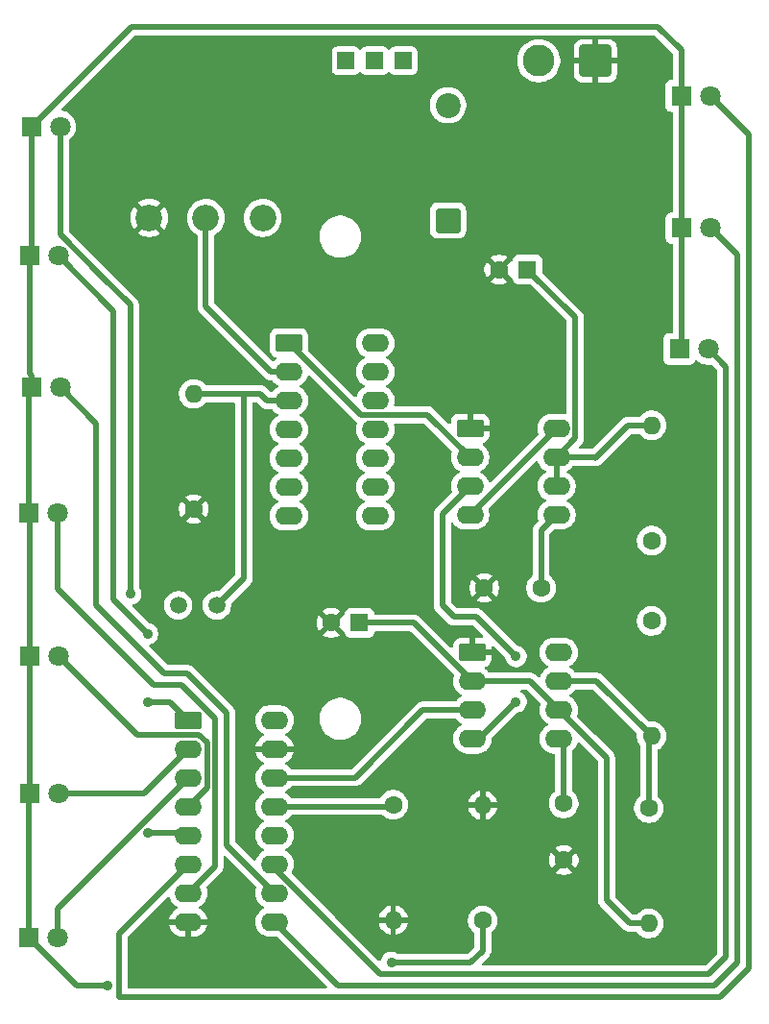
<source format=gbr>
%TF.GenerationSoftware,KiCad,Pcbnew,9.0.2*%
%TF.CreationDate,2025-06-20T16:00:47-04:00*%
%TF.ProjectId,proj02-g05,70726f6a-3032-42d6-9730-352e6b696361,rev?*%
%TF.SameCoordinates,Original*%
%TF.FileFunction,Copper,L2,Bot*%
%TF.FilePolarity,Positive*%
%FSLAX46Y46*%
G04 Gerber Fmt 4.6, Leading zero omitted, Abs format (unit mm)*
G04 Created by KiCad (PCBNEW 9.0.2) date 2025-06-20 16:00:47*
%MOMM*%
%LPD*%
G01*
G04 APERTURE LIST*
G04 Aperture macros list*
%AMRoundRect*
0 Rectangle with rounded corners*
0 $1 Rounding radius*
0 $2 $3 $4 $5 $6 $7 $8 $9 X,Y pos of 4 corners*
0 Add a 4 corners polygon primitive as box body*
4,1,4,$2,$3,$4,$5,$6,$7,$8,$9,$2,$3,0*
0 Add four circle primitives for the rounded corners*
1,1,$1+$1,$2,$3*
1,1,$1+$1,$4,$5*
1,1,$1+$1,$6,$7*
1,1,$1+$1,$8,$9*
0 Add four rect primitives between the rounded corners*
20,1,$1+$1,$2,$3,$4,$5,0*
20,1,$1+$1,$4,$5,$6,$7,0*
20,1,$1+$1,$6,$7,$8,$9,0*
20,1,$1+$1,$8,$9,$2,$3,0*%
G04 Aperture macros list end*
%TA.AperFunction,ComponentPad*%
%ADD10R,1.800000X1.800000*%
%TD*%
%TA.AperFunction,ComponentPad*%
%ADD11C,1.800000*%
%TD*%
%TA.AperFunction,ComponentPad*%
%ADD12C,1.600000*%
%TD*%
%TA.AperFunction,ComponentPad*%
%ADD13O,1.600000X1.600000*%
%TD*%
%TA.AperFunction,ComponentPad*%
%ADD14RoundRect,0.250001X1.149999X1.149999X-1.149999X1.149999X-1.149999X-1.149999X1.149999X-1.149999X0*%
%TD*%
%TA.AperFunction,ComponentPad*%
%ADD15C,2.800000*%
%TD*%
%TA.AperFunction,ComponentPad*%
%ADD16RoundRect,0.250000X-0.950000X-0.550000X0.950000X-0.550000X0.950000X0.550000X-0.950000X0.550000X0*%
%TD*%
%TA.AperFunction,ComponentPad*%
%ADD17O,2.400000X1.600000*%
%TD*%
%TA.AperFunction,ComponentPad*%
%ADD18C,1.500000*%
%TD*%
%TA.AperFunction,ComponentPad*%
%ADD19R,1.600000X1.600000*%
%TD*%
%TA.AperFunction,ComponentPad*%
%ADD20C,2.340000*%
%TD*%
%TA.AperFunction,ComponentPad*%
%ADD21R,1.500000X1.500000*%
%TD*%
%TA.AperFunction,ComponentPad*%
%ADD22RoundRect,0.249999X0.850001X-0.850001X0.850001X0.850001X-0.850001X0.850001X-0.850001X-0.850001X0*%
%TD*%
%TA.AperFunction,ComponentPad*%
%ADD23C,2.200000*%
%TD*%
%TA.AperFunction,ViaPad*%
%ADD24C,0.900000*%
%TD*%
%TA.AperFunction,Conductor*%
%ADD25C,0.500000*%
%TD*%
G04 APERTURE END LIST*
D10*
%TO.P,D4,1,K*%
%TO.N,Net-(D1-K)*%
X22510000Y-72900000D03*
D11*
%TO.P,D4,2,A*%
%TO.N,Net-(D4-A)*%
X25050000Y-72900000D03*
%TD*%
D12*
%TO.P,R4,1*%
%TO.N,+9V*%
X77457620Y-82380000D03*
D13*
%TO.P,R4,2*%
%TO.N,Net-(U4-DIS)*%
X77457620Y-92540000D03*
%TD*%
D14*
%TO.P,J1,1,Pin_1*%
%TO.N,GND*%
X72500000Y-33000000D03*
D15*
%TO.P,J1,2,Pin_2*%
%TO.N,Net-(D12-A)*%
X67500000Y-33000000D03*
%TD*%
D16*
%TO.P,U4,1,GND*%
%TO.N,GND*%
X61647620Y-85150000D03*
D17*
%TO.P,U4,2,TR*%
%TO.N,Net-(U4-THR)*%
X61647620Y-87690000D03*
%TO.P,U4,3,Q*%
%TO.N,Net-(U3-CLK)*%
X61647620Y-90230000D03*
%TO.P,U4,4,R*%
%TO.N,Net-(U1-Q)*%
X61647620Y-92770000D03*
%TO.P,U4,5,CV*%
%TO.N,Net-(U4-CV)*%
X69267620Y-92770000D03*
%TO.P,U4,6,THR*%
%TO.N,Net-(U4-THR)*%
X69267620Y-90230000D03*
%TO.P,U4,7,DIS*%
%TO.N,Net-(U4-DIS)*%
X69267620Y-87690000D03*
%TO.P,U4,8,VCC*%
%TO.N,+9V*%
X69267620Y-85150000D03*
%TD*%
D18*
%TO.P,R1,1*%
%TO.N,+9V*%
X35717620Y-81000000D03*
%TO.P,R1,2*%
%TO.N,Net-(U2A-+)*%
X39117620Y-81000000D03*
%TD*%
D12*
%TO.P,R6,1*%
%TO.N,Net-(U3-CKEN)*%
X54667620Y-98570000D03*
D13*
%TO.P,R6,2*%
%TO.N,GND*%
X54667620Y-108730000D03*
%TD*%
D10*
%TO.P,D3,1,K*%
%TO.N,Net-(D1-K)*%
X22600000Y-85450000D03*
D11*
%TO.P,D3,2,A*%
%TO.N,Net-(D3-A)*%
X25140000Y-85450000D03*
%TD*%
D16*
%TO.P,U1,1,GND*%
%TO.N,GND*%
X61447620Y-65400000D03*
D17*
%TO.P,U1,2,TR*%
%TO.N,Net-(U1-TR)*%
X61447620Y-67940000D03*
%TO.P,U1,3,Q*%
%TO.N,Net-(U1-Q)*%
X61447620Y-70480000D03*
%TO.P,U1,4,R*%
%TO.N,+9V*%
X61447620Y-73020000D03*
%TO.P,U1,5,CV*%
%TO.N,Net-(U1-CV)*%
X69067620Y-73020000D03*
%TO.P,U1,6,THR*%
%TO.N,Net-(U1-DIS)*%
X69067620Y-70480000D03*
%TO.P,U1,7,DIS*%
X69067620Y-67940000D03*
%TO.P,U1,8,VCC*%
%TO.N,+9V*%
X69067620Y-65400000D03*
%TD*%
D10*
%TO.P,D8,1,K*%
%TO.N,Net-(D1-K)*%
X80075000Y-36100000D03*
D11*
%TO.P,D8,2,A*%
%TO.N,Net-(D8-A)*%
X82615000Y-36100000D03*
%TD*%
D12*
%TO.P,R5,1*%
%TO.N,Net-(U4-DIS)*%
X77207620Y-98880000D03*
D13*
%TO.P,R5,2*%
%TO.N,Net-(U4-THR)*%
X77207620Y-109040000D03*
%TD*%
D10*
%TO.P,D10,1,K*%
%TO.N,Net-(D1-K)*%
X79900000Y-58400000D03*
D11*
%TO.P,D10,2,A*%
%TO.N,Net-(D10-A)*%
X82440000Y-58400000D03*
%TD*%
D19*
%TO.P,C2,1*%
%TO.N,Net-(U1-DIS)*%
X66500000Y-51400000D03*
D12*
%TO.P,C2,2*%
%TO.N,GND*%
X64000000Y-51400000D03*
%TD*%
D16*
%TO.P,U2,1*%
%TO.N,Net-(U1-TR)*%
X45467620Y-57870000D03*
D17*
%TO.P,U2,2,-*%
%TO.N,Net-(U2A--)*%
X45467620Y-60410000D03*
%TO.P,U2,3,+*%
%TO.N,Net-(U2A-+)*%
X45467620Y-62950000D03*
%TO.P,U2,4*%
%TO.N,N/C*%
X45467620Y-65490000D03*
%TO.P,U2,5*%
X45467620Y-68030000D03*
%TO.P,U2,6*%
X45467620Y-70570000D03*
%TO.P,U2,7*%
X45467620Y-73110000D03*
%TO.P,U2,8*%
X53087620Y-73110000D03*
%TO.P,U2,9*%
X53087620Y-70570000D03*
%TO.P,U2,10*%
X53087620Y-68030000D03*
%TO.P,U2,11*%
X53087620Y-65490000D03*
%TO.P,U2,12*%
X53087620Y-62950000D03*
%TO.P,U2,13*%
X53087620Y-60410000D03*
%TO.P,U2,14*%
X53087620Y-57870000D03*
%TD*%
D10*
%TO.P,D2,1,K*%
%TO.N,Net-(D1-K)*%
X22625000Y-97550000D03*
D11*
%TO.P,D2,2,A*%
%TO.N,Net-(D2-A)*%
X25165000Y-97550000D03*
%TD*%
D12*
%TO.P,C4,1*%
%TO.N,Net-(U4-CV)*%
X69707620Y-98460000D03*
%TO.P,C4,2*%
%TO.N,GND*%
X69707620Y-103460000D03*
%TD*%
D10*
%TO.P,D5,1,K*%
%TO.N,Net-(D1-K)*%
X22760000Y-61750000D03*
D11*
%TO.P,D5,2,A*%
%TO.N,Net-(D5-A)*%
X25300000Y-61750000D03*
%TD*%
D10*
%TO.P,D1,1,K*%
%TO.N,Net-(D1-K)*%
X22510000Y-110250000D03*
D11*
%TO.P,D1,2,A*%
%TO.N,Net-(D1-A)*%
X25050000Y-110250000D03*
%TD*%
D20*
%TO.P,RV1,1,1*%
%TO.N,+9V*%
X43150000Y-46850000D03*
%TO.P,RV1,2,2*%
%TO.N,Net-(U2A--)*%
X38150000Y-46850000D03*
%TO.P,RV1,3,3*%
%TO.N,GND*%
X33150000Y-46850000D03*
%TD*%
D12*
%TO.P,R2,1*%
%TO.N,GND*%
X37067620Y-72510000D03*
D13*
%TO.P,R2,2*%
%TO.N,Net-(U2A-+)*%
X37067620Y-62350000D03*
%TD*%
D21*
%TO.P,SW1,1,A*%
%TO.N,unconnected-(SW1-A-Pad1)*%
X55580000Y-33000000D03*
%TO.P,SW1,2,B*%
%TO.N,Net-(D12-K)*%
X53040000Y-33000000D03*
%TO.P,SW1,3,C*%
%TO.N,+9V*%
X50500000Y-33000000D03*
%TD*%
D12*
%TO.P,C1,1*%
%TO.N,Net-(U1-CV)*%
X67707620Y-79460000D03*
%TO.P,C1,2*%
%TO.N,GND*%
X62707620Y-79460000D03*
%TD*%
D10*
%TO.P,D7,1,K*%
%TO.N,Net-(D1-K)*%
X22760000Y-38800000D03*
D11*
%TO.P,D7,2,A*%
%TO.N,Net-(D7-A)*%
X25300000Y-38800000D03*
%TD*%
D16*
%TO.P,U3,1,Q5*%
%TO.N,Net-(D6-A)*%
X36597620Y-91110000D03*
D17*
%TO.P,U3,2,Q1*%
%TO.N,Net-(D2-A)*%
X36597620Y-93650000D03*
%TO.P,U3,3,Q0*%
%TO.N,Net-(D1-A)*%
X36597620Y-96190000D03*
%TO.P,U3,4,Q2*%
%TO.N,Net-(D3-A)*%
X36597620Y-98730000D03*
%TO.P,U3,5,Q6*%
%TO.N,Net-(D7-A)*%
X36597620Y-101270000D03*
%TO.P,U3,6,Q7*%
%TO.N,Net-(D8-A)*%
X36597620Y-103810000D03*
%TO.P,U3,7,Q3*%
%TO.N,Net-(D4-A)*%
X36597620Y-106350000D03*
%TO.P,U3,8,VSS*%
%TO.N,GND*%
X36597620Y-108890000D03*
%TO.P,U3,9,Q8*%
%TO.N,Net-(D9-A)*%
X44217620Y-108890000D03*
%TO.P,U3,10,Q4*%
%TO.N,Net-(D5-A)*%
X44217620Y-106350000D03*
%TO.P,U3,11,Q9*%
%TO.N,Net-(D10-A)*%
X44217620Y-103810000D03*
%TO.P,U3,12,Cout*%
%TO.N,unconnected-(U3-Cout-Pad12)*%
X44217620Y-101270000D03*
%TO.P,U3,13,CKEN*%
%TO.N,Net-(U3-CKEN)*%
X44217620Y-98730000D03*
%TO.P,U3,14,CLK*%
%TO.N,Net-(U3-CLK)*%
X44217620Y-96190000D03*
%TO.P,U3,15,Reset*%
%TO.N,GND*%
X44217620Y-93650000D03*
%TO.P,U3,16,VDD*%
%TO.N,+9V*%
X44217620Y-91110000D03*
%TD*%
D12*
%TO.P,R7,1*%
%TO.N,Net-(D1-K)*%
X62550000Y-108780000D03*
D13*
%TO.P,R7,2*%
%TO.N,GND*%
X62550000Y-98620000D03*
%TD*%
D10*
%TO.P,D9,1,K*%
%TO.N,Net-(D1-K)*%
X80110000Y-47750000D03*
D11*
%TO.P,D9,2,A*%
%TO.N,Net-(D9-A)*%
X82650000Y-47750000D03*
%TD*%
D10*
%TO.P,D6,1,K*%
%TO.N,Net-(D1-K)*%
X22610000Y-50200000D03*
D11*
%TO.P,D6,2,A*%
%TO.N,Net-(D6-A)*%
X25150000Y-50200000D03*
%TD*%
D22*
%TO.P,D12,1,K*%
%TO.N,Net-(D12-K)*%
X59500000Y-47080000D03*
D23*
%TO.P,D12,2,A*%
%TO.N,Net-(D12-A)*%
X59500000Y-36920000D03*
%TD*%
D12*
%TO.P,R3,1*%
%TO.N,+9V*%
X77457620Y-75290000D03*
D13*
%TO.P,R3,2*%
%TO.N,Net-(U1-DIS)*%
X77457620Y-65130000D03*
%TD*%
D19*
%TO.P,C3,1*%
%TO.N,Net-(U4-THR)*%
X51700000Y-82550000D03*
D12*
%TO.P,C3,2*%
%TO.N,GND*%
X49200000Y-82550000D03*
%TD*%
D24*
%TO.N,Net-(D6-A)*%
X33000000Y-89500000D03*
X33000000Y-83500000D03*
%TO.N,Net-(D7-A)*%
X31500000Y-80000000D03*
X33030207Y-101030207D03*
%TO.N,Net-(D1-K)*%
X29500000Y-114500000D03*
X54500000Y-112500000D03*
%TO.N,Net-(U1-Q)*%
X65500000Y-89500000D03*
X65500000Y-85500000D03*
%TD*%
D25*
%TO.N,Net-(U1-CV)*%
X67707620Y-74380000D02*
X69067620Y-73020000D01*
X67707620Y-79460000D02*
X67707620Y-74380000D01*
%TO.N,Net-(U1-DIS)*%
X66500000Y-51400000D02*
X70718620Y-55618620D01*
X75370000Y-65130000D02*
X72500000Y-68000000D01*
X77457620Y-65130000D02*
X75370000Y-65130000D01*
X70718620Y-66289000D02*
X69067620Y-67940000D01*
X72440000Y-67940000D02*
X69067620Y-67940000D01*
X72500000Y-68000000D02*
X72440000Y-67940000D01*
X70718620Y-55618620D02*
X70718620Y-66289000D01*
X69067620Y-67940000D02*
X69067620Y-70480000D01*
%TO.N,Net-(U4-THR)*%
X66727620Y-87690000D02*
X69267620Y-90230000D01*
X61647620Y-87690000D02*
X66727620Y-87690000D01*
X75540000Y-109040000D02*
X77207620Y-109040000D01*
X73500000Y-94462380D02*
X73500000Y-107000000D01*
X56507620Y-82550000D02*
X61647620Y-87690000D01*
X51700000Y-82550000D02*
X56507620Y-82550000D01*
X69267620Y-90230000D02*
X73500000Y-94462380D01*
X73500000Y-107000000D02*
X75540000Y-109040000D01*
%TO.N,Net-(U4-CV)*%
X69707620Y-98460000D02*
X69707620Y-93210000D01*
X69707620Y-93210000D02*
X69267620Y-92770000D01*
%TO.N,Net-(D2-A)*%
X32697620Y-97550000D02*
X36597620Y-93650000D01*
X25165000Y-97550000D02*
X32697620Y-97550000D01*
%TO.N,Net-(D1-A)*%
X25050000Y-110250000D02*
X25050000Y-107737620D01*
X25050000Y-107737620D02*
X36597620Y-96190000D01*
%TO.N,Net-(D3-A)*%
X32089000Y-92399000D02*
X37515801Y-92399000D01*
X38248620Y-97079000D02*
X36597620Y-98730000D01*
X37515801Y-92399000D02*
X38248620Y-93131819D01*
X38248620Y-93131819D02*
X38248620Y-97079000D01*
X25140000Y-85450000D02*
X32089000Y-92399000D01*
%TO.N,Net-(D4-A)*%
X38949620Y-90963708D02*
X38949620Y-103998000D01*
X25050000Y-72900000D02*
X25050000Y-79550000D01*
X25050000Y-79550000D02*
X33500000Y-88000000D01*
X33500000Y-88000000D02*
X35985912Y-88000000D01*
X38949620Y-103998000D02*
X36597620Y-106350000D01*
X35985912Y-88000000D02*
X38949620Y-90963708D01*
%TO.N,Net-(D5-A)*%
X28500000Y-64950000D02*
X28500000Y-81000000D01*
X40000000Y-90500000D02*
X40000000Y-102132380D01*
X34500000Y-87000000D02*
X36500000Y-87000000D01*
X36500000Y-87000000D02*
X40000000Y-90500000D01*
X28500000Y-81000000D02*
X34500000Y-87000000D01*
X25300000Y-61750000D02*
X28500000Y-64950000D01*
X40000000Y-102132380D02*
X44217620Y-106350000D01*
%TO.N,Net-(D6-A)*%
X33000000Y-89500000D02*
X34987620Y-89500000D01*
X25150000Y-50200000D02*
X30000000Y-55050000D01*
X34987620Y-89500000D02*
X36597620Y-91110000D01*
X30000000Y-80500000D02*
X33000000Y-83500000D01*
X30000000Y-55050000D02*
X30000000Y-80500000D01*
%TO.N,Net-(D7-A)*%
X25300000Y-48300000D02*
X29000000Y-52000000D01*
X25300000Y-38800000D02*
X25300000Y-48300000D01*
X36357827Y-101030207D02*
X36597620Y-101270000D01*
X31500000Y-54500000D02*
X31500000Y-80000000D01*
X29000000Y-52000000D02*
X31500000Y-54500000D01*
X33030207Y-101030207D02*
X36357827Y-101030207D01*
%TO.N,Net-(D8-A)*%
X86000000Y-113000000D02*
X83500000Y-115500000D01*
X86000000Y-39485000D02*
X86000000Y-113000000D01*
X82615000Y-36100000D02*
X86000000Y-39485000D01*
X83500000Y-115500000D02*
X30500000Y-115500000D01*
X30500000Y-109907620D02*
X36597620Y-103810000D01*
X30500000Y-115500000D02*
X30500000Y-109907620D01*
%TO.N,Net-(D9-A)*%
X82650000Y-47750000D02*
X85000000Y-50100000D01*
X49827620Y-114500000D02*
X44217620Y-108890000D01*
X83000000Y-114500000D02*
X49827620Y-114500000D01*
X85000000Y-112500000D02*
X83000000Y-114500000D01*
X85000000Y-50100000D02*
X85000000Y-112500000D01*
%TO.N,Net-(D10-A)*%
X44217620Y-104180819D02*
X44217620Y-103810000D01*
X82440000Y-58400000D02*
X84000000Y-59960000D01*
X82500000Y-113500000D02*
X53536801Y-113500000D01*
X53536801Y-113500000D02*
X44217620Y-104180819D01*
X84000000Y-59960000D02*
X84000000Y-112000000D01*
X84000000Y-112000000D02*
X82500000Y-113500000D01*
%TO.N,Net-(D1-K)*%
X62550000Y-111450000D02*
X61500000Y-112500000D01*
X78000000Y-30000000D02*
X80075000Y-32075000D01*
X26760000Y-114500000D02*
X22510000Y-110250000D01*
X22600000Y-72990000D02*
X22510000Y-72900000D01*
X22510000Y-110250000D02*
X22510000Y-97665000D01*
X29500000Y-114500000D02*
X26760000Y-114500000D01*
X80075000Y-47715000D02*
X80110000Y-47750000D01*
X22510000Y-62000000D02*
X22760000Y-61750000D01*
X22625000Y-97550000D02*
X22625000Y-85475000D01*
X31560000Y-30000000D02*
X78000000Y-30000000D01*
X61500000Y-112500000D02*
X54500000Y-112500000D01*
X80075000Y-32075000D02*
X80075000Y-36100000D01*
X62550000Y-108780000D02*
X62550000Y-111450000D01*
X22600000Y-85450000D02*
X22600000Y-72990000D01*
X80075000Y-36100000D02*
X80075000Y-47715000D01*
X22760000Y-38800000D02*
X22760000Y-50050000D01*
X22760000Y-38800000D02*
X31560000Y-30000000D01*
X80110000Y-58190000D02*
X79900000Y-58400000D01*
X22760000Y-50050000D02*
X22610000Y-50200000D01*
X22760000Y-60760000D02*
X22610000Y-60610000D01*
X22510000Y-72900000D02*
X22510000Y-62000000D01*
X22760000Y-61750000D02*
X22760000Y-60760000D01*
X22510000Y-97665000D02*
X22625000Y-97550000D01*
X22625000Y-85475000D02*
X22600000Y-85450000D01*
X80110000Y-47750000D02*
X80110000Y-58190000D01*
X22610000Y-60610000D02*
X22610000Y-50200000D01*
%TO.N,Net-(U2A-+)*%
X41500000Y-78617620D02*
X41500000Y-62350000D01*
X41500000Y-62350000D02*
X37067620Y-62350000D01*
X45467620Y-62950000D02*
X43550000Y-62950000D01*
X42950000Y-62350000D02*
X41500000Y-62350000D01*
X43550000Y-62950000D02*
X42950000Y-62350000D01*
X39117620Y-81000000D02*
X41500000Y-78617620D01*
%TO.N,+9V*%
X69067620Y-65400000D02*
X61447620Y-73020000D01*
%TO.N,Net-(U1-TR)*%
X57708620Y-64201000D02*
X61447620Y-67940000D01*
X45467620Y-57870000D02*
X51798620Y-64201000D01*
X51798620Y-64201000D02*
X57708620Y-64201000D01*
%TO.N,Net-(U4-DIS)*%
X77207620Y-92790000D02*
X77457620Y-92540000D01*
X72607620Y-87690000D02*
X77457620Y-92540000D01*
X77207620Y-98880000D02*
X77207620Y-92790000D01*
X69267620Y-87690000D02*
X72607620Y-87690000D01*
%TO.N,Net-(U3-CKEN)*%
X44217620Y-98730000D02*
X54507620Y-98730000D01*
X54507620Y-98730000D02*
X54667620Y-98570000D01*
%TO.N,Net-(U1-Q)*%
X61447620Y-70480000D02*
X59000000Y-72927620D01*
X62000000Y-82000000D02*
X65500000Y-85500000D01*
X60000000Y-82000000D02*
X60500000Y-82000000D01*
X59000000Y-72927620D02*
X59000000Y-81000000D01*
X59000000Y-81000000D02*
X60000000Y-82000000D01*
X62230000Y-92770000D02*
X61647620Y-92770000D01*
X65500000Y-89500000D02*
X62230000Y-92770000D01*
X60500000Y-82000000D02*
X62000000Y-82000000D01*
%TO.N,Net-(U2A--)*%
X43910000Y-60410000D02*
X45467620Y-60410000D01*
X38150000Y-46850000D02*
X38150000Y-54650000D01*
X38150000Y-54650000D02*
X43910000Y-60410000D01*
%TO.N,Net-(U3-CLK)*%
X51310000Y-96190000D02*
X44217620Y-96190000D01*
X61647620Y-90230000D02*
X57270000Y-90230000D01*
X57270000Y-90230000D02*
X51310000Y-96190000D01*
%TD*%
%TA.AperFunction,Conductor*%
%TO.N,GND*%
G36*
X39905323Y-103099516D02*
G01*
X39911801Y-103105548D01*
X42569614Y-105763361D01*
X42603099Y-105824684D01*
X42599864Y-105889360D01*
X42549143Y-106045461D01*
X42549143Y-106045464D01*
X42517120Y-106247648D01*
X42517120Y-106452351D01*
X42549142Y-106654534D01*
X42612401Y-106849223D01*
X42705335Y-107031613D01*
X42825648Y-107197213D01*
X42970406Y-107341971D01*
X43123764Y-107453390D01*
X43136010Y-107462287D01*
X43227460Y-107508883D01*
X43228700Y-107509515D01*
X43279496Y-107557490D01*
X43296291Y-107625311D01*
X43273754Y-107691446D01*
X43228700Y-107730485D01*
X43136006Y-107777715D01*
X42970406Y-107898028D01*
X42825648Y-108042786D01*
X42705335Y-108208386D01*
X42612401Y-108390776D01*
X42549142Y-108585465D01*
X42517120Y-108787648D01*
X42517120Y-108992351D01*
X42549142Y-109194534D01*
X42612401Y-109389223D01*
X42705335Y-109571613D01*
X42825648Y-109737213D01*
X42970406Y-109881971D01*
X43125369Y-109994556D01*
X43136010Y-110002287D01*
X43252227Y-110061503D01*
X43318396Y-110095218D01*
X43318398Y-110095218D01*
X43318401Y-110095220D01*
X43422757Y-110129127D01*
X43513085Y-110158477D01*
X43614177Y-110174488D01*
X43715268Y-110190500D01*
X44405390Y-110190500D01*
X44472429Y-110210185D01*
X44493071Y-110226819D01*
X46717583Y-112451331D01*
X48804072Y-114537819D01*
X48837557Y-114599142D01*
X48832573Y-114668834D01*
X48790701Y-114724767D01*
X48725237Y-114749184D01*
X48716391Y-114749500D01*
X31374500Y-114749500D01*
X31307461Y-114729815D01*
X31261706Y-114677011D01*
X31250500Y-114625500D01*
X31250500Y-110269849D01*
X31270185Y-110202810D01*
X31286814Y-110182173D01*
X34757936Y-106711050D01*
X34819257Y-106677567D01*
X34888949Y-106682551D01*
X34944882Y-106724423D01*
X34963545Y-106760414D01*
X34992400Y-106849219D01*
X35069272Y-107000089D01*
X35085335Y-107031613D01*
X35205648Y-107197213D01*
X35350406Y-107341971D01*
X35503764Y-107453390D01*
X35516010Y-107462287D01*
X35588044Y-107498990D01*
X35609249Y-107509795D01*
X35660045Y-107557770D01*
X35676840Y-107625591D01*
X35654302Y-107691726D01*
X35609249Y-107730765D01*
X35516270Y-107778140D01*
X35350725Y-107898417D01*
X35350724Y-107898417D01*
X35206037Y-108043104D01*
X35206037Y-108043105D01*
X35085760Y-108208650D01*
X34992864Y-108390970D01*
X34929629Y-108585586D01*
X34921011Y-108640000D01*
X36281934Y-108640000D01*
X36277540Y-108644394D01*
X36224879Y-108735606D01*
X36197620Y-108837339D01*
X36197620Y-108942661D01*
X36224879Y-109044394D01*
X36277540Y-109135606D01*
X36281934Y-109140000D01*
X34921011Y-109140000D01*
X34929629Y-109194413D01*
X34992864Y-109389029D01*
X35085760Y-109571349D01*
X35206037Y-109736894D01*
X35206037Y-109736895D01*
X35350724Y-109881582D01*
X35516270Y-110001859D01*
X35698588Y-110094755D01*
X35893202Y-110157990D01*
X36095303Y-110190000D01*
X36347620Y-110190000D01*
X36347620Y-109205686D01*
X36352014Y-109210080D01*
X36443226Y-109262741D01*
X36544959Y-109290000D01*
X36650281Y-109290000D01*
X36752014Y-109262741D01*
X36843226Y-109210080D01*
X36847620Y-109205686D01*
X36847620Y-110190000D01*
X37099937Y-110190000D01*
X37302037Y-110157990D01*
X37496651Y-110094755D01*
X37678969Y-110001859D01*
X37844514Y-109881582D01*
X37844515Y-109881582D01*
X37989202Y-109736895D01*
X37989202Y-109736894D01*
X38109479Y-109571349D01*
X38202375Y-109389029D01*
X38265610Y-109194413D01*
X38274229Y-109140000D01*
X36913306Y-109140000D01*
X36917700Y-109135606D01*
X36970361Y-109044394D01*
X36997620Y-108942661D01*
X36997620Y-108837339D01*
X36970361Y-108735606D01*
X36917700Y-108644394D01*
X36913306Y-108640000D01*
X38274229Y-108640000D01*
X38265610Y-108585586D01*
X38202375Y-108390970D01*
X38109479Y-108208650D01*
X37989202Y-108043105D01*
X37989202Y-108043104D01*
X37844515Y-107898417D01*
X37678969Y-107778140D01*
X37585990Y-107730765D01*
X37535194Y-107682790D01*
X37518399Y-107614969D01*
X37540936Y-107548835D01*
X37585990Y-107509795D01*
X37586540Y-107509515D01*
X37679230Y-107462287D01*
X37758451Y-107404730D01*
X37844833Y-107341971D01*
X37844835Y-107341968D01*
X37844839Y-107341966D01*
X37989586Y-107197219D01*
X37989588Y-107197215D01*
X37989591Y-107197213D01*
X38079167Y-107073920D01*
X38109907Y-107031610D01*
X38202840Y-106849219D01*
X38266097Y-106654534D01*
X38298120Y-106452352D01*
X38298120Y-106247648D01*
X38266097Y-106045466D01*
X38266096Y-106045464D01*
X38215375Y-105889361D01*
X38213380Y-105819519D01*
X38245623Y-105763363D01*
X39532571Y-104476416D01*
X39614704Y-104353495D01*
X39671278Y-104216913D01*
X39700120Y-104071918D01*
X39700120Y-103924083D01*
X39700120Y-103193229D01*
X39719805Y-103126190D01*
X39772609Y-103080435D01*
X39841767Y-103070491D01*
X39905323Y-103099516D01*
G37*
%TD.AperFunction*%
%TA.AperFunction,Conductor*%
G36*
X77704809Y-30770185D02*
G01*
X77725451Y-30786819D01*
X79288181Y-32349548D01*
X79321666Y-32410871D01*
X79324500Y-32437229D01*
X79324500Y-34575500D01*
X79304815Y-34642539D01*
X79252011Y-34688294D01*
X79200502Y-34699500D01*
X79127130Y-34699500D01*
X79127123Y-34699501D01*
X79067516Y-34705908D01*
X78932671Y-34756202D01*
X78932664Y-34756206D01*
X78817455Y-34842452D01*
X78817452Y-34842455D01*
X78731206Y-34957664D01*
X78731202Y-34957671D01*
X78680908Y-35092517D01*
X78674501Y-35152116D01*
X78674500Y-35152135D01*
X78674500Y-37047870D01*
X78674501Y-37047876D01*
X78680908Y-37107483D01*
X78731202Y-37242328D01*
X78731206Y-37242335D01*
X78817452Y-37357544D01*
X78817455Y-37357547D01*
X78932664Y-37443793D01*
X78932671Y-37443797D01*
X78965942Y-37456206D01*
X79067517Y-37494091D01*
X79127127Y-37500500D01*
X79200500Y-37500499D01*
X79267538Y-37520183D01*
X79313294Y-37572986D01*
X79324500Y-37624499D01*
X79324500Y-46225500D01*
X79304815Y-46292539D01*
X79252011Y-46338294D01*
X79200503Y-46349500D01*
X79162131Y-46349500D01*
X79162123Y-46349501D01*
X79102516Y-46355908D01*
X78967671Y-46406202D01*
X78967664Y-46406206D01*
X78852455Y-46492452D01*
X78852452Y-46492455D01*
X78766206Y-46607664D01*
X78766202Y-46607671D01*
X78715908Y-46742517D01*
X78709501Y-46802116D01*
X78709500Y-46802135D01*
X78709500Y-48697870D01*
X78709501Y-48697876D01*
X78715908Y-48757483D01*
X78766202Y-48892328D01*
X78766206Y-48892335D01*
X78852452Y-49007544D01*
X78852455Y-49007547D01*
X78967664Y-49093793D01*
X78967671Y-49093797D01*
X78988496Y-49101564D01*
X79102517Y-49144091D01*
X79162127Y-49150500D01*
X79235500Y-49150499D01*
X79302538Y-49170183D01*
X79348294Y-49222986D01*
X79359500Y-49274499D01*
X79359500Y-56875500D01*
X79339815Y-56942539D01*
X79287011Y-56988294D01*
X79235500Y-56999500D01*
X78952130Y-56999500D01*
X78952123Y-56999501D01*
X78892516Y-57005908D01*
X78757671Y-57056202D01*
X78757664Y-57056206D01*
X78642455Y-57142452D01*
X78642452Y-57142455D01*
X78556206Y-57257664D01*
X78556202Y-57257671D01*
X78505908Y-57392517D01*
X78499501Y-57452116D01*
X78499500Y-57452135D01*
X78499500Y-59347870D01*
X78499501Y-59347876D01*
X78505908Y-59407483D01*
X78556202Y-59542328D01*
X78556206Y-59542335D01*
X78642452Y-59657544D01*
X78642455Y-59657547D01*
X78757664Y-59743793D01*
X78757671Y-59743797D01*
X78892517Y-59794091D01*
X78892516Y-59794091D01*
X78899444Y-59794835D01*
X78952127Y-59800500D01*
X80847872Y-59800499D01*
X80907483Y-59794091D01*
X81042331Y-59743796D01*
X81157546Y-59657546D01*
X81243796Y-59542331D01*
X81245213Y-59538533D01*
X81273601Y-59462420D01*
X81315471Y-59406486D01*
X81380936Y-59382068D01*
X81449209Y-59396919D01*
X81477464Y-59418071D01*
X81527636Y-59468243D01*
X81527641Y-59468247D01*
X81657764Y-59562786D01*
X81705978Y-59597815D01*
X81834375Y-59663237D01*
X81902393Y-59697895D01*
X81902396Y-59697896D01*
X81996237Y-59728386D01*
X82112049Y-59766015D01*
X82329778Y-59800500D01*
X82329779Y-59800500D01*
X82550220Y-59800500D01*
X82550222Y-59800500D01*
X82685431Y-59779084D01*
X82754722Y-59788038D01*
X82792508Y-59813876D01*
X83213181Y-60234548D01*
X83246666Y-60295871D01*
X83249500Y-60322229D01*
X83249500Y-111637770D01*
X83229815Y-111704809D01*
X83213181Y-111725451D01*
X82225451Y-112713181D01*
X82164128Y-112746666D01*
X82137770Y-112749500D01*
X62611230Y-112749500D01*
X62544191Y-112729815D01*
X62498436Y-112677011D01*
X62488492Y-112607853D01*
X62517517Y-112544297D01*
X62523549Y-112537819D01*
X63132948Y-111928419D01*
X63132947Y-111928419D01*
X63132951Y-111928416D01*
X63215084Y-111805495D01*
X63271658Y-111668913D01*
X63286601Y-111593793D01*
X63300500Y-111523920D01*
X63300500Y-109905416D01*
X63320185Y-109838377D01*
X63351613Y-109805099D01*
X63397219Y-109771966D01*
X63541966Y-109627219D01*
X63541968Y-109627215D01*
X63541971Y-109627213D01*
X63605901Y-109539219D01*
X63662287Y-109461610D01*
X63755220Y-109279219D01*
X63818477Y-109084534D01*
X63850500Y-108882352D01*
X63850500Y-108677648D01*
X63828821Y-108540776D01*
X63818477Y-108475465D01*
X63756421Y-108284477D01*
X63755220Y-108280781D01*
X63755218Y-108280778D01*
X63755218Y-108280776D01*
X63710382Y-108192781D01*
X63662287Y-108098390D01*
X63626149Y-108048650D01*
X63541971Y-107932786D01*
X63397213Y-107788028D01*
X63231613Y-107667715D01*
X63231612Y-107667714D01*
X63231610Y-107667713D01*
X63148392Y-107625311D01*
X63049223Y-107574781D01*
X62854534Y-107511522D01*
X62679995Y-107483878D01*
X62652352Y-107479500D01*
X62447648Y-107479500D01*
X62423329Y-107483351D01*
X62245465Y-107511522D01*
X62050776Y-107574781D01*
X61868386Y-107667715D01*
X61702786Y-107788028D01*
X61558028Y-107932786D01*
X61437715Y-108098386D01*
X61344781Y-108280776D01*
X61281522Y-108475465D01*
X61264100Y-108585466D01*
X61249500Y-108677648D01*
X61249500Y-108882352D01*
X61253278Y-108906202D01*
X61281522Y-109084534D01*
X61344781Y-109279223D01*
X61437715Y-109461613D01*
X61558028Y-109627213D01*
X61558034Y-109627219D01*
X61702781Y-109771966D01*
X61748384Y-109805098D01*
X61791050Y-109860425D01*
X61799500Y-109905416D01*
X61799500Y-111087770D01*
X61779815Y-111154809D01*
X61763181Y-111175451D01*
X61225451Y-111713181D01*
X61164128Y-111746666D01*
X61137770Y-111749500D01*
X55125267Y-111749500D01*
X55058228Y-111729815D01*
X55056376Y-111728602D01*
X54950236Y-111657681D01*
X54950228Y-111657676D01*
X54777251Y-111586027D01*
X54777243Y-111586025D01*
X54593620Y-111549500D01*
X54593616Y-111549500D01*
X54406384Y-111549500D01*
X54406379Y-111549500D01*
X54222756Y-111586025D01*
X54222748Y-111586027D01*
X54049771Y-111657676D01*
X54049762Y-111657681D01*
X53894092Y-111761697D01*
X53894088Y-111761700D01*
X53761700Y-111894088D01*
X53761697Y-111894092D01*
X53657681Y-112049762D01*
X53657676Y-112049771D01*
X53586024Y-112222755D01*
X53584377Y-112228186D01*
X53546078Y-112286624D01*
X53482265Y-112315078D01*
X53413198Y-112304515D01*
X53378037Y-112279868D01*
X49578169Y-108480000D01*
X53391011Y-108480000D01*
X54351934Y-108480000D01*
X54347540Y-108484394D01*
X54294879Y-108575606D01*
X54267620Y-108677339D01*
X54267620Y-108782661D01*
X54294879Y-108884394D01*
X54347540Y-108975606D01*
X54351934Y-108980000D01*
X53391011Y-108980000D01*
X53399629Y-109034413D01*
X53462864Y-109229029D01*
X53555760Y-109411349D01*
X53676037Y-109576894D01*
X53676037Y-109576895D01*
X53820724Y-109721582D01*
X53986270Y-109841859D01*
X54168588Y-109934754D01*
X54363198Y-109997988D01*
X54417620Y-110006607D01*
X54417620Y-109045686D01*
X54422014Y-109050080D01*
X54513226Y-109102741D01*
X54614959Y-109130000D01*
X54720281Y-109130000D01*
X54822014Y-109102741D01*
X54913226Y-109050080D01*
X54917620Y-109045686D01*
X54917620Y-110006606D01*
X54972041Y-109997988D01*
X55166651Y-109934754D01*
X55348969Y-109841859D01*
X55514514Y-109721582D01*
X55514515Y-109721582D01*
X55659202Y-109576895D01*
X55659202Y-109576894D01*
X55779479Y-109411349D01*
X55872375Y-109229029D01*
X55935610Y-109034413D01*
X55944229Y-108980000D01*
X54983306Y-108980000D01*
X54987700Y-108975606D01*
X55040361Y-108884394D01*
X55067620Y-108782661D01*
X55067620Y-108677339D01*
X55040361Y-108575606D01*
X54987700Y-108484394D01*
X54983306Y-108480000D01*
X55944229Y-108480000D01*
X55935610Y-108425586D01*
X55872375Y-108230970D01*
X55779479Y-108048650D01*
X55659202Y-107883105D01*
X55659202Y-107883104D01*
X55514515Y-107738417D01*
X55348969Y-107618140D01*
X55166649Y-107525244D01*
X54972033Y-107462009D01*
X54917620Y-107453390D01*
X54917620Y-108414314D01*
X54913226Y-108409920D01*
X54822014Y-108357259D01*
X54720281Y-108330000D01*
X54614959Y-108330000D01*
X54513226Y-108357259D01*
X54422014Y-108409920D01*
X54417620Y-108414314D01*
X54417620Y-107453390D01*
X54363206Y-107462009D01*
X54168590Y-107525244D01*
X53986270Y-107618140D01*
X53820725Y-107738417D01*
X53820724Y-107738417D01*
X53676037Y-107883104D01*
X53676037Y-107883105D01*
X53555760Y-108048650D01*
X53462864Y-108230970D01*
X53399629Y-108425586D01*
X53391011Y-108480000D01*
X49578169Y-108480000D01*
X45745786Y-104647617D01*
X45733675Y-104625439D01*
X45718143Y-104605503D01*
X45717214Y-104595292D01*
X45712301Y-104586294D01*
X45714103Y-104561086D01*
X45711815Y-104535920D01*
X45716819Y-104523106D01*
X45717285Y-104516602D01*
X45723509Y-104502620D01*
X45727574Y-104494820D01*
X45729907Y-104491610D01*
X45822840Y-104309219D01*
X45886097Y-104114534D01*
X45918120Y-103912352D01*
X45918120Y-103707648D01*
X45903350Y-103614394D01*
X45886097Y-103505465D01*
X45870434Y-103457259D01*
X45838079Y-103357682D01*
X68407620Y-103357682D01*
X68407620Y-103562317D01*
X68439629Y-103764417D01*
X68502864Y-103959031D01*
X68595761Y-104141350D01*
X68595767Y-104141359D01*
X68628143Y-104185921D01*
X68628144Y-104185922D01*
X69307620Y-103506446D01*
X69307620Y-103512661D01*
X69334879Y-103614394D01*
X69387540Y-103705606D01*
X69462014Y-103780080D01*
X69553226Y-103832741D01*
X69654959Y-103860000D01*
X69661173Y-103860000D01*
X68981696Y-104539474D01*
X69026270Y-104571859D01*
X69208588Y-104664755D01*
X69403202Y-104727990D01*
X69605303Y-104760000D01*
X69809937Y-104760000D01*
X70012037Y-104727990D01*
X70206651Y-104664755D01*
X70388969Y-104571859D01*
X70433541Y-104539474D01*
X69754067Y-103860000D01*
X69760281Y-103860000D01*
X69862014Y-103832741D01*
X69953226Y-103780080D01*
X70027700Y-103705606D01*
X70080361Y-103614394D01*
X70107620Y-103512661D01*
X70107620Y-103506447D01*
X70787094Y-104185921D01*
X70819479Y-104141349D01*
X70912375Y-103959031D01*
X70975610Y-103764417D01*
X71007620Y-103562317D01*
X71007620Y-103357682D01*
X70975610Y-103155582D01*
X70912375Y-102960968D01*
X70819479Y-102778650D01*
X70787094Y-102734077D01*
X70787094Y-102734076D01*
X70107620Y-103413551D01*
X70107620Y-103407339D01*
X70080361Y-103305606D01*
X70027700Y-103214394D01*
X69953226Y-103139920D01*
X69862014Y-103087259D01*
X69760281Y-103060000D01*
X69754066Y-103060000D01*
X70433542Y-102380524D01*
X70433541Y-102380523D01*
X70388979Y-102348147D01*
X70388970Y-102348141D01*
X70206651Y-102255244D01*
X70012037Y-102192009D01*
X69809937Y-102160000D01*
X69605303Y-102160000D01*
X69403202Y-102192009D01*
X69208588Y-102255244D01*
X69026264Y-102348143D01*
X68981697Y-102380523D01*
X68981697Y-102380524D01*
X69661174Y-103060000D01*
X69654959Y-103060000D01*
X69553226Y-103087259D01*
X69462014Y-103139920D01*
X69387540Y-103214394D01*
X69334879Y-103305606D01*
X69307620Y-103407339D01*
X69307620Y-103413553D01*
X68628144Y-102734077D01*
X68628143Y-102734077D01*
X68595763Y-102778644D01*
X68502864Y-102960968D01*
X68439629Y-103155582D01*
X68407620Y-103357682D01*
X45838079Y-103357682D01*
X45822840Y-103310781D01*
X45729907Y-103128390D01*
X45713964Y-103106446D01*
X45609591Y-102962786D01*
X45464833Y-102818028D01*
X45299234Y-102697715D01*
X45292626Y-102694348D01*
X45206537Y-102650483D01*
X45200751Y-102645019D01*
X45193174Y-102642584D01*
X45175717Y-102621375D01*
X45155743Y-102602511D01*
X45153829Y-102594783D01*
X45148771Y-102588638D01*
X45145551Y-102561354D01*
X45138948Y-102534690D01*
X45141515Y-102527156D01*
X45140582Y-102519250D01*
X45152624Y-102494556D01*
X45161485Y-102468555D01*
X45168500Y-102462002D01*
X45171208Y-102456450D01*
X45188815Y-102443026D01*
X45198458Y-102434020D01*
X45202410Y-102431618D01*
X45299230Y-102382287D01*
X45464839Y-102261966D01*
X45609586Y-102117219D01*
X45609588Y-102117215D01*
X45609591Y-102117213D01*
X45662352Y-102044590D01*
X45729907Y-101951610D01*
X45822840Y-101769219D01*
X45886097Y-101574534D01*
X45918120Y-101372352D01*
X45918120Y-101167648D01*
X45886097Y-100965466D01*
X45822840Y-100770781D01*
X45822838Y-100770778D01*
X45822838Y-100770776D01*
X45789123Y-100704607D01*
X45729907Y-100588390D01*
X45722176Y-100577749D01*
X45609591Y-100422786D01*
X45464833Y-100278028D01*
X45299234Y-100157715D01*
X45260659Y-100138060D01*
X45206537Y-100110483D01*
X45155743Y-100062511D01*
X45138948Y-99994690D01*
X45161485Y-99928555D01*
X45206537Y-99889516D01*
X45299230Y-99842287D01*
X45391541Y-99775220D01*
X45464833Y-99721971D01*
X45464835Y-99721968D01*
X45464839Y-99721966D01*
X45609586Y-99577219D01*
X45613171Y-99572284D01*
X45642720Y-99531615D01*
X45698049Y-99488949D01*
X45743038Y-99480500D01*
X53687573Y-99480500D01*
X53754612Y-99500185D01*
X53775254Y-99516819D01*
X53820406Y-99561971D01*
X53952858Y-99658201D01*
X53986010Y-99682287D01*
X54102227Y-99741503D01*
X54168396Y-99775218D01*
X54168398Y-99775218D01*
X54168401Y-99775220D01*
X54272757Y-99809127D01*
X54363085Y-99838477D01*
X54464177Y-99854488D01*
X54565268Y-99870500D01*
X54565269Y-99870500D01*
X54769971Y-99870500D01*
X54769972Y-99870500D01*
X54972154Y-99838477D01*
X55166839Y-99775220D01*
X55349230Y-99682287D01*
X55490890Y-99579366D01*
X55514833Y-99561971D01*
X55514835Y-99561968D01*
X55514839Y-99561966D01*
X55659586Y-99417219D01*
X55659588Y-99417215D01*
X55659591Y-99417213D01*
X55739509Y-99307213D01*
X55779907Y-99251610D01*
X55872840Y-99069219D01*
X55936097Y-98874534D01*
X55946708Y-98807544D01*
X55964955Y-98692335D01*
X55968120Y-98672352D01*
X55968120Y-98467648D01*
X55952654Y-98370000D01*
X61273391Y-98370000D01*
X62234314Y-98370000D01*
X62229920Y-98374394D01*
X62177259Y-98465606D01*
X62150000Y-98567339D01*
X62150000Y-98672661D01*
X62177259Y-98774394D01*
X62229920Y-98865606D01*
X62234314Y-98870000D01*
X61273391Y-98870000D01*
X61282009Y-98924413D01*
X61345244Y-99119029D01*
X61438140Y-99301349D01*
X61558417Y-99466894D01*
X61558417Y-99466895D01*
X61703104Y-99611582D01*
X61868650Y-99731859D01*
X62050968Y-99824754D01*
X62245578Y-99887988D01*
X62300000Y-99896607D01*
X62300000Y-98935686D01*
X62304394Y-98940080D01*
X62395606Y-98992741D01*
X62497339Y-99020000D01*
X62602661Y-99020000D01*
X62704394Y-98992741D01*
X62795606Y-98940080D01*
X62800000Y-98935686D01*
X62800000Y-99896606D01*
X62854421Y-99887988D01*
X63049031Y-99824754D01*
X63231349Y-99731859D01*
X63396894Y-99611582D01*
X63396895Y-99611582D01*
X63541582Y-99466895D01*
X63541582Y-99466894D01*
X63661859Y-99301349D01*
X63754755Y-99119029D01*
X63817990Y-98924413D01*
X63826609Y-98870000D01*
X62865686Y-98870000D01*
X62870080Y-98865606D01*
X62922741Y-98774394D01*
X62950000Y-98672661D01*
X62950000Y-98567339D01*
X62922741Y-98465606D01*
X62870080Y-98374394D01*
X62865686Y-98370000D01*
X63826609Y-98370000D01*
X63817990Y-98315586D01*
X63754755Y-98120970D01*
X63661859Y-97938650D01*
X63541582Y-97773105D01*
X63541582Y-97773104D01*
X63396895Y-97628417D01*
X63231349Y-97508140D01*
X63049029Y-97415244D01*
X62854413Y-97352009D01*
X62800000Y-97343390D01*
X62800000Y-98304314D01*
X62795606Y-98299920D01*
X62704394Y-98247259D01*
X62602661Y-98220000D01*
X62497339Y-98220000D01*
X62395606Y-98247259D01*
X62304394Y-98299920D01*
X62300000Y-98304314D01*
X62300000Y-97343390D01*
X62245586Y-97352009D01*
X62050970Y-97415244D01*
X61868650Y-97508140D01*
X61703105Y-97628417D01*
X61703104Y-97628417D01*
X61558417Y-97773104D01*
X61558417Y-97773105D01*
X61438140Y-97938650D01*
X61345244Y-98120970D01*
X61282009Y-98315586D01*
X61273391Y-98370000D01*
X55952654Y-98370000D01*
X55936097Y-98265466D01*
X55872840Y-98070781D01*
X55872838Y-98070778D01*
X55872838Y-98070776D01*
X55826330Y-97979500D01*
X55779907Y-97888390D01*
X55715377Y-97799571D01*
X55659591Y-97722786D01*
X55514833Y-97578028D01*
X55349233Y-97457715D01*
X55349232Y-97457714D01*
X55349230Y-97457713D01*
X55265880Y-97415244D01*
X55166843Y-97364781D01*
X54972154Y-97301522D01*
X54797615Y-97273878D01*
X54769972Y-97269500D01*
X54565268Y-97269500D01*
X54540949Y-97273351D01*
X54363085Y-97301522D01*
X54168396Y-97364781D01*
X53986006Y-97457715D01*
X53820406Y-97578028D01*
X53675648Y-97722786D01*
X53555333Y-97888388D01*
X53543408Y-97911794D01*
X53495434Y-97962590D01*
X53432923Y-97979500D01*
X45743038Y-97979500D01*
X45675999Y-97959815D01*
X45642720Y-97928385D01*
X45609591Y-97882787D01*
X45609587Y-97882782D01*
X45464833Y-97738028D01*
X45299234Y-97617715D01*
X45289550Y-97612781D01*
X45206537Y-97570483D01*
X45155743Y-97522511D01*
X45138948Y-97454690D01*
X45161485Y-97388555D01*
X45206537Y-97349516D01*
X45299230Y-97302287D01*
X45344358Y-97269500D01*
X45464833Y-97181971D01*
X45464835Y-97181968D01*
X45464839Y-97181966D01*
X45609586Y-97037219D01*
X45612270Y-97033524D01*
X45642720Y-96991615D01*
X45698049Y-96948949D01*
X45743038Y-96940500D01*
X51383920Y-96940500D01*
X51481462Y-96921096D01*
X51528913Y-96911658D01*
X51665495Y-96855084D01*
X51714729Y-96822186D01*
X51788416Y-96772952D01*
X57544549Y-91016819D01*
X57605872Y-90983334D01*
X57632230Y-90980500D01*
X60122202Y-90980500D01*
X60189241Y-91000185D01*
X60222520Y-91031615D01*
X60255648Y-91077212D01*
X60255652Y-91077217D01*
X60400406Y-91221971D01*
X60555369Y-91334556D01*
X60566010Y-91342287D01*
X60657460Y-91388883D01*
X60658700Y-91389515D01*
X60709496Y-91437490D01*
X60726291Y-91505311D01*
X60703754Y-91571446D01*
X60658700Y-91610485D01*
X60566006Y-91657715D01*
X60400406Y-91778028D01*
X60255648Y-91922786D01*
X60135335Y-92088386D01*
X60042401Y-92270776D01*
X59979142Y-92465465D01*
X59947120Y-92667648D01*
X59947120Y-92872351D01*
X59979142Y-93074534D01*
X60042401Y-93269223D01*
X60135335Y-93451613D01*
X60255648Y-93617213D01*
X60400406Y-93761971D01*
X60544081Y-93866355D01*
X60566010Y-93882287D01*
X60682227Y-93941503D01*
X60748396Y-93975218D01*
X60748398Y-93975218D01*
X60748401Y-93975220D01*
X60852757Y-94009127D01*
X60943085Y-94038477D01*
X61015838Y-94050000D01*
X61145268Y-94070500D01*
X61145269Y-94070500D01*
X62149971Y-94070500D01*
X62149972Y-94070500D01*
X62352154Y-94038477D01*
X62546839Y-93975220D01*
X62729230Y-93882287D01*
X62822210Y-93814732D01*
X62894833Y-93761971D01*
X62894835Y-93761968D01*
X62894839Y-93761966D01*
X63039586Y-93617219D01*
X63039588Y-93617215D01*
X63039591Y-93617213D01*
X63127942Y-93495606D01*
X63159907Y-93451610D01*
X63252840Y-93269219D01*
X63316097Y-93074534D01*
X63348120Y-92872352D01*
X63348120Y-92764608D01*
X63367805Y-92697569D01*
X63384434Y-92676932D01*
X65588553Y-90472812D01*
X65649874Y-90439329D01*
X65651945Y-90438897D01*
X65777251Y-90413973D01*
X65950231Y-90342322D01*
X66105908Y-90238302D01*
X66238302Y-90105908D01*
X66342322Y-89950231D01*
X66413973Y-89777251D01*
X66450500Y-89593616D01*
X66450500Y-89406384D01*
X66413973Y-89222749D01*
X66342322Y-89049769D01*
X66342321Y-89049768D01*
X66342318Y-89049762D01*
X66238302Y-88894092D01*
X66238299Y-88894088D01*
X66105911Y-88761700D01*
X66105907Y-88761697D01*
X65965084Y-88667602D01*
X65920279Y-88613990D01*
X65911572Y-88544665D01*
X65941726Y-88481637D01*
X66001169Y-88444918D01*
X66033975Y-88440500D01*
X66365390Y-88440500D01*
X66432429Y-88460185D01*
X66453071Y-88476819D01*
X67619614Y-89643362D01*
X67653099Y-89704685D01*
X67649864Y-89769361D01*
X67599143Y-89925461D01*
X67599143Y-89925464D01*
X67583919Y-90021584D01*
X67567120Y-90127648D01*
X67567120Y-90332352D01*
X67568699Y-90342322D01*
X67599142Y-90534534D01*
X67662401Y-90729223D01*
X67726311Y-90854653D01*
X67746386Y-90894051D01*
X67755335Y-90911613D01*
X67875648Y-91077213D01*
X68020406Y-91221971D01*
X68175369Y-91334556D01*
X68186010Y-91342287D01*
X68277460Y-91388883D01*
X68278700Y-91389515D01*
X68329496Y-91437490D01*
X68346291Y-91505311D01*
X68323754Y-91571446D01*
X68278700Y-91610485D01*
X68186006Y-91657715D01*
X68020406Y-91778028D01*
X67875648Y-91922786D01*
X67755335Y-92088386D01*
X67662401Y-92270776D01*
X67599142Y-92465465D01*
X67567120Y-92667648D01*
X67567120Y-92872351D01*
X67599142Y-93074534D01*
X67662401Y-93269223D01*
X67755335Y-93451613D01*
X67875648Y-93617213D01*
X68020406Y-93761971D01*
X68164081Y-93866355D01*
X68186010Y-93882287D01*
X68302227Y-93941503D01*
X68368396Y-93975218D01*
X68368398Y-93975218D01*
X68368401Y-93975220D01*
X68472757Y-94009127D01*
X68563085Y-94038477D01*
X68635838Y-94050000D01*
X68765268Y-94070500D01*
X68833120Y-94070500D01*
X68900159Y-94090185D01*
X68945914Y-94142989D01*
X68957120Y-94194500D01*
X68957120Y-97334582D01*
X68937435Y-97401621D01*
X68906005Y-97434900D01*
X68860407Y-97468028D01*
X68860402Y-97468032D01*
X68715648Y-97612786D01*
X68595335Y-97778386D01*
X68502401Y-97960776D01*
X68439142Y-98155465D01*
X68407120Y-98357648D01*
X68407120Y-98562351D01*
X68439142Y-98764534D01*
X68502401Y-98959223D01*
X68539270Y-99031581D01*
X68594724Y-99140415D01*
X68595335Y-99141613D01*
X68715648Y-99307213D01*
X68860406Y-99451971D01*
X68970029Y-99531615D01*
X69026010Y-99572287D01*
X69103131Y-99611582D01*
X69208396Y-99665218D01*
X69208398Y-99665218D01*
X69208401Y-99665220D01*
X69260919Y-99682284D01*
X69403085Y-99728477D01*
X69504177Y-99744488D01*
X69605268Y-99760500D01*
X69605269Y-99760500D01*
X69809971Y-99760500D01*
X69809972Y-99760500D01*
X70012154Y-99728477D01*
X70206839Y-99665220D01*
X70389230Y-99572287D01*
X70534291Y-99466895D01*
X70554833Y-99451971D01*
X70554835Y-99451968D01*
X70554839Y-99451966D01*
X70699586Y-99307219D01*
X70699588Y-99307215D01*
X70699591Y-99307213D01*
X70788721Y-99184534D01*
X70819907Y-99141610D01*
X70912840Y-98959219D01*
X70976097Y-98764534D01*
X71008120Y-98562352D01*
X71008120Y-98357648D01*
X71000407Y-98308949D01*
X70976097Y-98155465D01*
X70918922Y-97979500D01*
X70912840Y-97960781D01*
X70912838Y-97960778D01*
X70912838Y-97960776D01*
X70873100Y-97882787D01*
X70819907Y-97778390D01*
X70779505Y-97722781D01*
X70699591Y-97612786D01*
X70554837Y-97468032D01*
X70554832Y-97468028D01*
X70509235Y-97434900D01*
X70466569Y-97379571D01*
X70458120Y-97334582D01*
X70458120Y-93866355D01*
X70477805Y-93799316D01*
X70509237Y-93766035D01*
X70514839Y-93761966D01*
X70659586Y-93617219D01*
X70659588Y-93617215D01*
X70659591Y-93617213D01*
X70747942Y-93495606D01*
X70779907Y-93451610D01*
X70872840Y-93269219D01*
X70901694Y-93180413D01*
X70941130Y-93122741D01*
X71005488Y-93095542D01*
X71074335Y-93107456D01*
X71107305Y-93131053D01*
X72713181Y-94736928D01*
X72746666Y-94798251D01*
X72749500Y-94824609D01*
X72749500Y-107073918D01*
X72749500Y-107073920D01*
X72749499Y-107073920D01*
X72778340Y-107218907D01*
X72778343Y-107218917D01*
X72834914Y-107355492D01*
X72867812Y-107404727D01*
X72867813Y-107404730D01*
X72917046Y-107478414D01*
X72917052Y-107478421D01*
X74535712Y-109097079D01*
X75061585Y-109622952D01*
X75082726Y-109637077D01*
X75093225Y-109644093D01*
X75184498Y-109705080D01*
X75184511Y-109705087D01*
X75234665Y-109725861D01*
X75241080Y-109728518D01*
X75321088Y-109761659D01*
X75437241Y-109784763D01*
X75460380Y-109789365D01*
X75466081Y-109790500D01*
X75466082Y-109790500D01*
X75466083Y-109790500D01*
X75613918Y-109790500D01*
X76082202Y-109790500D01*
X76149241Y-109810185D01*
X76182520Y-109841615D01*
X76215648Y-109887212D01*
X76215652Y-109887217D01*
X76360406Y-110031971D01*
X76447463Y-110095220D01*
X76526010Y-110152287D01*
X76625167Y-110202810D01*
X76708396Y-110245218D01*
X76708398Y-110245218D01*
X76708401Y-110245220D01*
X76812757Y-110279127D01*
X76903085Y-110308477D01*
X77004177Y-110324488D01*
X77105268Y-110340500D01*
X77105269Y-110340500D01*
X77309971Y-110340500D01*
X77309972Y-110340500D01*
X77512154Y-110308477D01*
X77706839Y-110245220D01*
X77889230Y-110152287D01*
X77982210Y-110084732D01*
X78054833Y-110031971D01*
X78054835Y-110031968D01*
X78054839Y-110031966D01*
X78199586Y-109887219D01*
X78199588Y-109887215D01*
X78199591Y-109887213D01*
X78274024Y-109784763D01*
X78319907Y-109721610D01*
X78412840Y-109539219D01*
X78476097Y-109344534D01*
X78508120Y-109142352D01*
X78508120Y-108937648D01*
X78495174Y-108855909D01*
X78476097Y-108735465D01*
X78427359Y-108585466D01*
X78412840Y-108540781D01*
X78412838Y-108540778D01*
X78412838Y-108540776D01*
X78354145Y-108425586D01*
X78319907Y-108358390D01*
X78264628Y-108282304D01*
X78199591Y-108192786D01*
X78054833Y-108048028D01*
X77889233Y-107927715D01*
X77889232Y-107927714D01*
X77889230Y-107927713D01*
X77830970Y-107898028D01*
X77706843Y-107834781D01*
X77512154Y-107771522D01*
X77337615Y-107743878D01*
X77309972Y-107739500D01*
X77105268Y-107739500D01*
X77080949Y-107743351D01*
X76903085Y-107771522D01*
X76708396Y-107834781D01*
X76526006Y-107927715D01*
X76360406Y-108048028D01*
X76215652Y-108192782D01*
X76215648Y-108192787D01*
X76182520Y-108238385D01*
X76178188Y-108241725D01*
X76175915Y-108246703D01*
X76150815Y-108262833D01*
X76127191Y-108281051D01*
X76120517Y-108282304D01*
X76117137Y-108284477D01*
X76082202Y-108289500D01*
X75902229Y-108289500D01*
X75835190Y-108269815D01*
X75814548Y-108253181D01*
X74286819Y-106725451D01*
X74253334Y-106664128D01*
X74250500Y-106637770D01*
X74250500Y-94388459D01*
X74221659Y-94243472D01*
X74221658Y-94243471D01*
X74221658Y-94243467D01*
X74195568Y-94180479D01*
X74165087Y-94106891D01*
X74165080Y-94106878D01*
X74082952Y-93983965D01*
X74053400Y-93954413D01*
X73978416Y-93879429D01*
X72473956Y-92374969D01*
X70915625Y-90816637D01*
X70882140Y-90755314D01*
X70885374Y-90690640D01*
X70936097Y-90534534D01*
X70968120Y-90332352D01*
X70968120Y-90127648D01*
X70943104Y-89969706D01*
X70936097Y-89925465D01*
X70887943Y-89777263D01*
X70872840Y-89730781D01*
X70872838Y-89730778D01*
X70872838Y-89730776D01*
X70823522Y-89633989D01*
X70779907Y-89548390D01*
X70772176Y-89537749D01*
X70659591Y-89382786D01*
X70514833Y-89238028D01*
X70349234Y-89117715D01*
X70342626Y-89114348D01*
X70256537Y-89070483D01*
X70205743Y-89022511D01*
X70188948Y-88954690D01*
X70211485Y-88888555D01*
X70256537Y-88849516D01*
X70349230Y-88802287D01*
X70405094Y-88761700D01*
X70514833Y-88681971D01*
X70514835Y-88681968D01*
X70514839Y-88681966D01*
X70659586Y-88537219D01*
X70677190Y-88512989D01*
X70692720Y-88491615D01*
X70748049Y-88448949D01*
X70793038Y-88440500D01*
X72245390Y-88440500D01*
X72312429Y-88460185D01*
X72333071Y-88476819D01*
X76131146Y-92274894D01*
X76164631Y-92336217D01*
X76165938Y-92381972D01*
X76157120Y-92437648D01*
X76157120Y-92642352D01*
X76160426Y-92663222D01*
X76189142Y-92844534D01*
X76252401Y-93039223D01*
X76345333Y-93221610D01*
X76433439Y-93342877D01*
X76456918Y-93408681D01*
X76457120Y-93415761D01*
X76457120Y-97754582D01*
X76437435Y-97821621D01*
X76406005Y-97854900D01*
X76360407Y-97888028D01*
X76360402Y-97888032D01*
X76215648Y-98032786D01*
X76095335Y-98198386D01*
X76002401Y-98380776D01*
X75939142Y-98575465D01*
X75911845Y-98747815D01*
X75907120Y-98777648D01*
X75907120Y-98982352D01*
X75911097Y-99007460D01*
X75939142Y-99184534D01*
X76002401Y-99379223D01*
X76047073Y-99466895D01*
X76089858Y-99550865D01*
X76095335Y-99561613D01*
X76215648Y-99727213D01*
X76360406Y-99871971D01*
X76515369Y-99984556D01*
X76526010Y-99992287D01*
X76642227Y-100051503D01*
X76708396Y-100085218D01*
X76708398Y-100085218D01*
X76708401Y-100085220D01*
X76786159Y-100110485D01*
X76903085Y-100148477D01*
X76961411Y-100157715D01*
X77105268Y-100180500D01*
X77105269Y-100180500D01*
X77309971Y-100180500D01*
X77309972Y-100180500D01*
X77512154Y-100148477D01*
X77706839Y-100085220D01*
X77889230Y-99992287D01*
X77982210Y-99924732D01*
X78054833Y-99871971D01*
X78054835Y-99871968D01*
X78054839Y-99871966D01*
X78199586Y-99727219D01*
X78199588Y-99727215D01*
X78199591Y-99727213D01*
X78252352Y-99654590D01*
X78319907Y-99561610D01*
X78412840Y-99379219D01*
X78476097Y-99184534D01*
X78508120Y-98982352D01*
X78508120Y-98777648D01*
X78494606Y-98692326D01*
X78476097Y-98575465D01*
X78439347Y-98462361D01*
X78412840Y-98380781D01*
X78412838Y-98380778D01*
X78412838Y-98380776D01*
X78354083Y-98265465D01*
X78319907Y-98198390D01*
X78288721Y-98155466D01*
X78199591Y-98032786D01*
X78054837Y-97888032D01*
X78054832Y-97888028D01*
X78009235Y-97854900D01*
X77966569Y-97799571D01*
X77958120Y-97754582D01*
X77958120Y-93820554D01*
X77977805Y-93753515D01*
X78025826Y-93710069D01*
X78040365Y-93702661D01*
X78139230Y-93652287D01*
X78214860Y-93597339D01*
X78304833Y-93531971D01*
X78304835Y-93531968D01*
X78304839Y-93531966D01*
X78449586Y-93387219D01*
X78449588Y-93387215D01*
X78449591Y-93387213D01*
X78535314Y-93269223D01*
X78569907Y-93221610D01*
X78662840Y-93039219D01*
X78726097Y-92844534D01*
X78758120Y-92642352D01*
X78758120Y-92437648D01*
X78748748Y-92378477D01*
X78726097Y-92235465D01*
X78662838Y-92040776D01*
X78602718Y-91922786D01*
X78569907Y-91858390D01*
X78542171Y-91820214D01*
X78449591Y-91692786D01*
X78304833Y-91548028D01*
X78139233Y-91427715D01*
X78139232Y-91427714D01*
X78139230Y-91427713D01*
X78082273Y-91398691D01*
X77956843Y-91334781D01*
X77762154Y-91271522D01*
X77587615Y-91243878D01*
X77559972Y-91239500D01*
X77355268Y-91239500D01*
X77299592Y-91248318D01*
X77230299Y-91239363D01*
X77192514Y-91213526D01*
X73086041Y-87107052D01*
X73086034Y-87107046D01*
X73012349Y-87057812D01*
X73012349Y-87057813D01*
X72963111Y-87024913D01*
X72826537Y-86968343D01*
X72826527Y-86968340D01*
X72681540Y-86939500D01*
X72681538Y-86939500D01*
X70793038Y-86939500D01*
X70725999Y-86919815D01*
X70692720Y-86888385D01*
X70659591Y-86842787D01*
X70659587Y-86842782D01*
X70514833Y-86698028D01*
X70349234Y-86577715D01*
X70342504Y-86574286D01*
X70256537Y-86530483D01*
X70205743Y-86482511D01*
X70188948Y-86414690D01*
X70211485Y-86348555D01*
X70256537Y-86309516D01*
X70349230Y-86262287D01*
X70416819Y-86213181D01*
X70514833Y-86141971D01*
X70514835Y-86141968D01*
X70514839Y-86141966D01*
X70659586Y-85997219D01*
X70659588Y-85997215D01*
X70659591Y-85997213D01*
X70712352Y-85924590D01*
X70779907Y-85831610D01*
X70872840Y-85649219D01*
X70936097Y-85454534D01*
X70968120Y-85252352D01*
X70968120Y-85047648D01*
X70946697Y-84912393D01*
X70936097Y-84845465D01*
X70902499Y-84742063D01*
X70872840Y-84650781D01*
X70872838Y-84650778D01*
X70872838Y-84650776D01*
X70815192Y-84537641D01*
X70779907Y-84468390D01*
X70740371Y-84413973D01*
X70659591Y-84302786D01*
X70514833Y-84158028D01*
X70349233Y-84037715D01*
X70349232Y-84037714D01*
X70349230Y-84037713D01*
X70290295Y-84007684D01*
X70166843Y-83944781D01*
X69972154Y-83881522D01*
X69797615Y-83853878D01*
X69769972Y-83849500D01*
X68765268Y-83849500D01*
X68740949Y-83853351D01*
X68563085Y-83881522D01*
X68368396Y-83944781D01*
X68186006Y-84037715D01*
X68020406Y-84158028D01*
X67875648Y-84302786D01*
X67755335Y-84468386D01*
X67662401Y-84650776D01*
X67599142Y-84845465D01*
X67567120Y-85047648D01*
X67567120Y-85252351D01*
X67599142Y-85454534D01*
X67662401Y-85649223D01*
X67755335Y-85831613D01*
X67875648Y-85997213D01*
X68020406Y-86141971D01*
X68152993Y-86238299D01*
X68186010Y-86262287D01*
X68277460Y-86308883D01*
X68278700Y-86309515D01*
X68329496Y-86357490D01*
X68346291Y-86425311D01*
X68323754Y-86491446D01*
X68278700Y-86530485D01*
X68186006Y-86577715D01*
X68020406Y-86698028D01*
X67875648Y-86842786D01*
X67755335Y-87008386D01*
X67662401Y-87190776D01*
X67633546Y-87279584D01*
X67594108Y-87337259D01*
X67529749Y-87364457D01*
X67460903Y-87352542D01*
X67427934Y-87328946D01*
X67206041Y-87107052D01*
X67206034Y-87107046D01*
X67132349Y-87057812D01*
X67132349Y-87057813D01*
X67083111Y-87024913D01*
X66946537Y-86968343D01*
X66946527Y-86968340D01*
X66801540Y-86939500D01*
X66801538Y-86939500D01*
X63173038Y-86939500D01*
X63105999Y-86919815D01*
X63072720Y-86888385D01*
X63039591Y-86842787D01*
X63039587Y-86842782D01*
X62894837Y-86698032D01*
X62894832Y-86698028D01*
X62800671Y-86629616D01*
X62758005Y-86574286D01*
X62752026Y-86504673D01*
X62784632Y-86442878D01*
X62834553Y-86411592D01*
X62916737Y-86384359D01*
X62916744Y-86384356D01*
X63065965Y-86292315D01*
X63189935Y-86168345D01*
X63281976Y-86019124D01*
X63281978Y-86019119D01*
X63337125Y-85852697D01*
X63337126Y-85852690D01*
X63347619Y-85749986D01*
X63347620Y-85749973D01*
X63347620Y-85400000D01*
X61963306Y-85400000D01*
X61967700Y-85395606D01*
X62020361Y-85304394D01*
X62047620Y-85202661D01*
X62047620Y-85097339D01*
X62020361Y-84995606D01*
X61967700Y-84904394D01*
X61963306Y-84900000D01*
X63347619Y-84900000D01*
X63347619Y-84708348D01*
X63367304Y-84641309D01*
X63420108Y-84595554D01*
X63489266Y-84585610D01*
X63552822Y-84614635D01*
X63559300Y-84620667D01*
X64527185Y-85588552D01*
X64560670Y-85649875D01*
X64561121Y-85652042D01*
X64586025Y-85777243D01*
X64586027Y-85777251D01*
X64657676Y-85950228D01*
X64657681Y-85950237D01*
X64761697Y-86105907D01*
X64761700Y-86105911D01*
X64894088Y-86238299D01*
X64894092Y-86238302D01*
X65049762Y-86342318D01*
X65049771Y-86342323D01*
X65080905Y-86355219D01*
X65222749Y-86413973D01*
X65388381Y-86446919D01*
X65406379Y-86450499D01*
X65406383Y-86450500D01*
X65406384Y-86450500D01*
X65593617Y-86450500D01*
X65593618Y-86450499D01*
X65777251Y-86413973D01*
X65950231Y-86342322D01*
X66105908Y-86238302D01*
X66238302Y-86105908D01*
X66342322Y-85950231D01*
X66413973Y-85777251D01*
X66450500Y-85593616D01*
X66450500Y-85406384D01*
X66413973Y-85222749D01*
X66342322Y-85049769D01*
X66342321Y-85049768D01*
X66342318Y-85049762D01*
X66238302Y-84894092D01*
X66238299Y-84894088D01*
X66105911Y-84761700D01*
X66105907Y-84761697D01*
X65950237Y-84657681D01*
X65950228Y-84657676D01*
X65777251Y-84586027D01*
X65777243Y-84586025D01*
X65652042Y-84561121D01*
X65590131Y-84528736D01*
X65588552Y-84527185D01*
X63421825Y-82360457D01*
X63339016Y-82277648D01*
X76157120Y-82277648D01*
X76157120Y-82482351D01*
X76189142Y-82684534D01*
X76252401Y-82879223D01*
X76316311Y-83004653D01*
X76339296Y-83049762D01*
X76345335Y-83061613D01*
X76465648Y-83227213D01*
X76610406Y-83371971D01*
X76728106Y-83457483D01*
X76776010Y-83492287D01*
X76892227Y-83551503D01*
X76958396Y-83585218D01*
X76958398Y-83585218D01*
X76958401Y-83585220D01*
X76984254Y-83593620D01*
X77153085Y-83648477D01*
X77237575Y-83661859D01*
X77355268Y-83680500D01*
X77355269Y-83680500D01*
X77559971Y-83680500D01*
X77559972Y-83680500D01*
X77762154Y-83648477D01*
X77956839Y-83585220D01*
X78139230Y-83492287D01*
X78232210Y-83424732D01*
X78304833Y-83371971D01*
X78304835Y-83371968D01*
X78304839Y-83371966D01*
X78449586Y-83227219D01*
X78449588Y-83227215D01*
X78449591Y-83227213D01*
X78502352Y-83154590D01*
X78569907Y-83061610D01*
X78662840Y-82879219D01*
X78726097Y-82684534D01*
X78758120Y-82482352D01*
X78758120Y-82277648D01*
X78726097Y-82075466D01*
X78724166Y-82069524D01*
X78669247Y-81900500D01*
X78662840Y-81880781D01*
X78662838Y-81880778D01*
X78662838Y-81880776D01*
X78611395Y-81779815D01*
X78569907Y-81698390D01*
X78538677Y-81655405D01*
X78449591Y-81532786D01*
X78304833Y-81388028D01*
X78139233Y-81267715D01*
X78139232Y-81267714D01*
X78139230Y-81267713D01*
X78043455Y-81218913D01*
X77956843Y-81174781D01*
X77762154Y-81111522D01*
X77587615Y-81083878D01*
X77559972Y-81079500D01*
X77355268Y-81079500D01*
X77330949Y-81083351D01*
X77153085Y-81111522D01*
X76958396Y-81174781D01*
X76776006Y-81267715D01*
X76610406Y-81388028D01*
X76465648Y-81532786D01*
X76345335Y-81698386D01*
X76252401Y-81880776D01*
X76189142Y-82075465D01*
X76157120Y-82277648D01*
X63339016Y-82277648D01*
X62478421Y-81417052D01*
X62478414Y-81417046D01*
X62404729Y-81367812D01*
X62404729Y-81367813D01*
X62355491Y-81334913D01*
X62218917Y-81278343D01*
X62218907Y-81278340D01*
X62073920Y-81249500D01*
X62073918Y-81249500D01*
X60573918Y-81249500D01*
X60362229Y-81249500D01*
X60295190Y-81229815D01*
X60274548Y-81213181D01*
X59786819Y-80725451D01*
X59772115Y-80698523D01*
X59755523Y-80672705D01*
X59754631Y-80666504D01*
X59753334Y-80664128D01*
X59750500Y-80637770D01*
X59750500Y-79357682D01*
X61407620Y-79357682D01*
X61407620Y-79562317D01*
X61439629Y-79764417D01*
X61502864Y-79959031D01*
X61595761Y-80141350D01*
X61595767Y-80141359D01*
X61628143Y-80185921D01*
X61628144Y-80185922D01*
X62307620Y-79506446D01*
X62307620Y-79512661D01*
X62334879Y-79614394D01*
X62387540Y-79705606D01*
X62462014Y-79780080D01*
X62553226Y-79832741D01*
X62654959Y-79860000D01*
X62661173Y-79860000D01*
X61981696Y-80539474D01*
X62026270Y-80571859D01*
X62208588Y-80664755D01*
X62403202Y-80727990D01*
X62605303Y-80760000D01*
X62809937Y-80760000D01*
X63012037Y-80727990D01*
X63206651Y-80664755D01*
X63388969Y-80571859D01*
X63433541Y-80539474D01*
X62754067Y-79860000D01*
X62760281Y-79860000D01*
X62862014Y-79832741D01*
X62953226Y-79780080D01*
X63027700Y-79705606D01*
X63080361Y-79614394D01*
X63107620Y-79512661D01*
X63107620Y-79506447D01*
X63787094Y-80185921D01*
X63819479Y-80141349D01*
X63912375Y-79959031D01*
X63975610Y-79764417D01*
X64007620Y-79562317D01*
X64007620Y-79357682D01*
X63975610Y-79155582D01*
X63912375Y-78960968D01*
X63819479Y-78778650D01*
X63787094Y-78734077D01*
X63787094Y-78734076D01*
X63107620Y-79413551D01*
X63107620Y-79407339D01*
X63080361Y-79305606D01*
X63027700Y-79214394D01*
X62953226Y-79139920D01*
X62862014Y-79087259D01*
X62760281Y-79060000D01*
X62754066Y-79060000D01*
X63433542Y-78380524D01*
X63433541Y-78380523D01*
X63388979Y-78348147D01*
X63388970Y-78348141D01*
X63206651Y-78255244D01*
X63012037Y-78192009D01*
X62809937Y-78160000D01*
X62605303Y-78160000D01*
X62403202Y-78192009D01*
X62208588Y-78255244D01*
X62026264Y-78348143D01*
X61981697Y-78380523D01*
X61981697Y-78380524D01*
X62661174Y-79060000D01*
X62654959Y-79060000D01*
X62553226Y-79087259D01*
X62462014Y-79139920D01*
X62387540Y-79214394D01*
X62334879Y-79305606D01*
X62307620Y-79407339D01*
X62307620Y-79413553D01*
X61628144Y-78734077D01*
X61628143Y-78734077D01*
X61595763Y-78778644D01*
X61502864Y-78960968D01*
X61439629Y-79155582D01*
X61407620Y-79357682D01*
X59750500Y-79357682D01*
X59750500Y-73828843D01*
X59770185Y-73761804D01*
X59822989Y-73716049D01*
X59892147Y-73706105D01*
X59955703Y-73735130D01*
X59974818Y-73755958D01*
X60055648Y-73867213D01*
X60200406Y-74011971D01*
X60355369Y-74124556D01*
X60366010Y-74132287D01*
X60482227Y-74191503D01*
X60548396Y-74225218D01*
X60548398Y-74225218D01*
X60548401Y-74225220D01*
X60652757Y-74259127D01*
X60743085Y-74288477D01*
X60818995Y-74300500D01*
X60945268Y-74320500D01*
X60945269Y-74320500D01*
X61949971Y-74320500D01*
X61949972Y-74320500D01*
X62152154Y-74288477D01*
X62346839Y-74225220D01*
X62529230Y-74132287D01*
X62644272Y-74048705D01*
X62694833Y-74011971D01*
X62694835Y-74011968D01*
X62694839Y-74011966D01*
X62839586Y-73867219D01*
X62839588Y-73867215D01*
X62839591Y-73867213D01*
X62935553Y-73735130D01*
X62959907Y-73701610D01*
X63052840Y-73519219D01*
X63116097Y-73324534D01*
X63148120Y-73122352D01*
X63148120Y-72917648D01*
X63116097Y-72715466D01*
X63113902Y-72708712D01*
X63082081Y-72610776D01*
X63065374Y-72559359D01*
X63063380Y-72489519D01*
X63095623Y-72433363D01*
X67227936Y-68301049D01*
X67289257Y-68267566D01*
X67358949Y-68272550D01*
X67414882Y-68314422D01*
X67433544Y-68350411D01*
X67462400Y-68439219D01*
X67535634Y-68582949D01*
X67555335Y-68621613D01*
X67675648Y-68787213D01*
X67820406Y-68931971D01*
X67944276Y-69021966D01*
X67986010Y-69052287D01*
X68077460Y-69098883D01*
X68078700Y-69099515D01*
X68129496Y-69147490D01*
X68146291Y-69215311D01*
X68123754Y-69281446D01*
X68078700Y-69320485D01*
X67986006Y-69367715D01*
X67820406Y-69488028D01*
X67675648Y-69632786D01*
X67555335Y-69798386D01*
X67462401Y-69980776D01*
X67399142Y-70175465D01*
X67367120Y-70377648D01*
X67367120Y-70582351D01*
X67399142Y-70784534D01*
X67462401Y-70979223D01*
X67555335Y-71161613D01*
X67675648Y-71327213D01*
X67820406Y-71471971D01*
X67936348Y-71556206D01*
X67986010Y-71592287D01*
X68077460Y-71638883D01*
X68078700Y-71639515D01*
X68129496Y-71687490D01*
X68146291Y-71755311D01*
X68123754Y-71821446D01*
X68078700Y-71860485D01*
X67986006Y-71907715D01*
X67820406Y-72028028D01*
X67675648Y-72172786D01*
X67555335Y-72338386D01*
X67462401Y-72520776D01*
X67399142Y-72715465D01*
X67367120Y-72917648D01*
X67367120Y-73122351D01*
X67399143Y-73324535D01*
X67399143Y-73324538D01*
X67449863Y-73480638D01*
X67451858Y-73550479D01*
X67419614Y-73606637D01*
X67124666Y-73901586D01*
X67106081Y-73929401D01*
X67087495Y-73957219D01*
X67042539Y-74024499D01*
X67042532Y-74024511D01*
X66985963Y-74161082D01*
X66985960Y-74161092D01*
X66957120Y-74306079D01*
X66957120Y-78334582D01*
X66937435Y-78401621D01*
X66906005Y-78434900D01*
X66860407Y-78468028D01*
X66860402Y-78468032D01*
X66715648Y-78612786D01*
X66595335Y-78778386D01*
X66502401Y-78960776D01*
X66439142Y-79155465D01*
X66407120Y-79357648D01*
X66407120Y-79562351D01*
X66439142Y-79764534D01*
X66502401Y-79959223D01*
X66537660Y-80028421D01*
X66595205Y-80141359D01*
X66595335Y-80141613D01*
X66715648Y-80307213D01*
X66860406Y-80451971D01*
X66980846Y-80539474D01*
X67026010Y-80572287D01*
X67142227Y-80631503D01*
X67208396Y-80665218D01*
X67208398Y-80665218D01*
X67208401Y-80665220D01*
X67281995Y-80689132D01*
X67403085Y-80728477D01*
X67504177Y-80744488D01*
X67605268Y-80760500D01*
X67605269Y-80760500D01*
X67809971Y-80760500D01*
X67809972Y-80760500D01*
X68012154Y-80728477D01*
X68206839Y-80665220D01*
X68389230Y-80572287D01*
X68482210Y-80504732D01*
X68554833Y-80451971D01*
X68554835Y-80451968D01*
X68554839Y-80451966D01*
X68699586Y-80307219D01*
X68699588Y-80307215D01*
X68699591Y-80307213D01*
X68752352Y-80234590D01*
X68819907Y-80141610D01*
X68912840Y-79959219D01*
X68976097Y-79764534D01*
X69008120Y-79562352D01*
X69008120Y-79357648D01*
X68989349Y-79239132D01*
X68976097Y-79155465D01*
X68941669Y-79049508D01*
X68912840Y-78960781D01*
X68912838Y-78960778D01*
X68912838Y-78960776D01*
X68820039Y-78778650D01*
X68819907Y-78778390D01*
X68787712Y-78734077D01*
X68699591Y-78612786D01*
X68554837Y-78468032D01*
X68554832Y-78468028D01*
X68509235Y-78434900D01*
X68466569Y-78379571D01*
X68458120Y-78334582D01*
X68458120Y-75187648D01*
X76157120Y-75187648D01*
X76157120Y-75392351D01*
X76189142Y-75594534D01*
X76252401Y-75789223D01*
X76345335Y-75971613D01*
X76465648Y-76137213D01*
X76610406Y-76281971D01*
X76765369Y-76394556D01*
X76776010Y-76402287D01*
X76892227Y-76461503D01*
X76958396Y-76495218D01*
X76958398Y-76495218D01*
X76958401Y-76495220D01*
X77062757Y-76529127D01*
X77153085Y-76558477D01*
X77254177Y-76574488D01*
X77355268Y-76590500D01*
X77355269Y-76590500D01*
X77559971Y-76590500D01*
X77559972Y-76590500D01*
X77762154Y-76558477D01*
X77956839Y-76495220D01*
X78139230Y-76402287D01*
X78232210Y-76334732D01*
X78304833Y-76281971D01*
X78304835Y-76281968D01*
X78304839Y-76281966D01*
X78449586Y-76137219D01*
X78449588Y-76137215D01*
X78449591Y-76137213D01*
X78502352Y-76064590D01*
X78569907Y-75971610D01*
X78662840Y-75789219D01*
X78726097Y-75594534D01*
X78758120Y-75392352D01*
X78758120Y-75187648D01*
X78726097Y-74985466D01*
X78662840Y-74790781D01*
X78662838Y-74790778D01*
X78662838Y-74790776D01*
X78603943Y-74675190D01*
X78569907Y-74608390D01*
X78562176Y-74597749D01*
X78449591Y-74442786D01*
X78304833Y-74298028D01*
X78139233Y-74177715D01*
X78139232Y-74177714D01*
X78139230Y-74177713D01*
X78050071Y-74132284D01*
X77956843Y-74084781D01*
X77762154Y-74021522D01*
X77587615Y-73993878D01*
X77559972Y-73989500D01*
X77355268Y-73989500D01*
X77330949Y-73993351D01*
X77153085Y-74021522D01*
X76958396Y-74084781D01*
X76776006Y-74177715D01*
X76610406Y-74298028D01*
X76465648Y-74442786D01*
X76345335Y-74608386D01*
X76252401Y-74790776D01*
X76189142Y-74985465D01*
X76157120Y-75187648D01*
X68458120Y-75187648D01*
X68458120Y-74742229D01*
X68477805Y-74675190D01*
X68494439Y-74654548D01*
X68792169Y-74356819D01*
X68853492Y-74323334D01*
X68879850Y-74320500D01*
X69569971Y-74320500D01*
X69569972Y-74320500D01*
X69772154Y-74288477D01*
X69966839Y-74225220D01*
X70149230Y-74132287D01*
X70264272Y-74048705D01*
X70314833Y-74011971D01*
X70314835Y-74011968D01*
X70314839Y-74011966D01*
X70459586Y-73867219D01*
X70459588Y-73867215D01*
X70459591Y-73867213D01*
X70555553Y-73735130D01*
X70579907Y-73701610D01*
X70672840Y-73519219D01*
X70736097Y-73324534D01*
X70768120Y-73122352D01*
X70768120Y-72917648D01*
X70736097Y-72715466D01*
X70733902Y-72708712D01*
X70702081Y-72610776D01*
X70672840Y-72520781D01*
X70672838Y-72520778D01*
X70672838Y-72520776D01*
X70615213Y-72407682D01*
X70579907Y-72338390D01*
X70572176Y-72327749D01*
X70459591Y-72172786D01*
X70314833Y-72028028D01*
X70149234Y-71907715D01*
X70142626Y-71904348D01*
X70056537Y-71860483D01*
X70005743Y-71812511D01*
X69988948Y-71744690D01*
X70011485Y-71678555D01*
X70056537Y-71639516D01*
X70149230Y-71592287D01*
X70198892Y-71556206D01*
X70314833Y-71471971D01*
X70314835Y-71471968D01*
X70314839Y-71471966D01*
X70459586Y-71327219D01*
X70459588Y-71327215D01*
X70459591Y-71327213D01*
X70544750Y-71210000D01*
X70579907Y-71161610D01*
X70672840Y-70979219D01*
X70736097Y-70784534D01*
X70768120Y-70582352D01*
X70768120Y-70377648D01*
X70736097Y-70175465D01*
X70672838Y-69980776D01*
X70625762Y-69888386D01*
X70579907Y-69798390D01*
X70524978Y-69722786D01*
X70459591Y-69632786D01*
X70314833Y-69488028D01*
X70149234Y-69367715D01*
X70142626Y-69364348D01*
X70056537Y-69320483D01*
X70005743Y-69272511D01*
X69988948Y-69204690D01*
X70011485Y-69138555D01*
X70056537Y-69099516D01*
X70149230Y-69052287D01*
X70190964Y-69021966D01*
X70314833Y-68931971D01*
X70314835Y-68931968D01*
X70314839Y-68931966D01*
X70459586Y-68787219D01*
X70462270Y-68783524D01*
X70492720Y-68741615D01*
X70548049Y-68698949D01*
X70593038Y-68690500D01*
X72181201Y-68690500D01*
X72228653Y-68699938D01*
X72281088Y-68721658D01*
X72281092Y-68721658D01*
X72281093Y-68721659D01*
X72426080Y-68750500D01*
X72426083Y-68750500D01*
X72573920Y-68750500D01*
X72671462Y-68731096D01*
X72718913Y-68721658D01*
X72794135Y-68690500D01*
X72855491Y-68665086D01*
X72855492Y-68665085D01*
X72855495Y-68665084D01*
X72978416Y-68582952D01*
X73082952Y-68478416D01*
X75644549Y-65916819D01*
X75705872Y-65883334D01*
X75732230Y-65880500D01*
X76332202Y-65880500D01*
X76399241Y-65900185D01*
X76432520Y-65931615D01*
X76465648Y-65977212D01*
X76465652Y-65977217D01*
X76610406Y-66121971D01*
X76738565Y-66215082D01*
X76776010Y-66242287D01*
X76892227Y-66301503D01*
X76958396Y-66335218D01*
X76958398Y-66335218D01*
X76958401Y-66335220D01*
X77043644Y-66362917D01*
X77153085Y-66398477D01*
X77254177Y-66414488D01*
X77355268Y-66430500D01*
X77355269Y-66430500D01*
X77559971Y-66430500D01*
X77559972Y-66430500D01*
X77762154Y-66398477D01*
X77956839Y-66335220D01*
X78139230Y-66242287D01*
X78236509Y-66171610D01*
X78304833Y-66121971D01*
X78304835Y-66121968D01*
X78304839Y-66121966D01*
X78449586Y-65977219D01*
X78449588Y-65977215D01*
X78449591Y-65977213D01*
X78534286Y-65860638D01*
X78569907Y-65811610D01*
X78662840Y-65629219D01*
X78726097Y-65434534D01*
X78758120Y-65232352D01*
X78758120Y-65027648D01*
X78726097Y-64825466D01*
X78720547Y-64808386D01*
X78684454Y-64697302D01*
X78662840Y-64630781D01*
X78662838Y-64630778D01*
X78662838Y-64630776D01*
X78629123Y-64564607D01*
X78569907Y-64448390D01*
X78553968Y-64426452D01*
X78449591Y-64282786D01*
X78304833Y-64138028D01*
X78139233Y-64017715D01*
X78139232Y-64017714D01*
X78139230Y-64017713D01*
X78082273Y-63988691D01*
X77956843Y-63924781D01*
X77762154Y-63861522D01*
X77587615Y-63833878D01*
X77559972Y-63829500D01*
X77355268Y-63829500D01*
X77330949Y-63833351D01*
X77153085Y-63861522D01*
X76958396Y-63924781D01*
X76776006Y-64017715D01*
X76610406Y-64138028D01*
X76465652Y-64282782D01*
X76465648Y-64282787D01*
X76432520Y-64328385D01*
X76377191Y-64371051D01*
X76332202Y-64379500D01*
X75296080Y-64379500D01*
X75151092Y-64408340D01*
X75151082Y-64408343D01*
X75014509Y-64464913D01*
X75014500Y-64464918D01*
X75004528Y-64471582D01*
X75004526Y-64471584D01*
X74891579Y-64547051D01*
X74891578Y-64547052D01*
X72285451Y-67153181D01*
X72224128Y-67186666D01*
X72197770Y-67189500D01*
X71178849Y-67189500D01*
X71111810Y-67169815D01*
X71066055Y-67117011D01*
X71056111Y-67047853D01*
X71085136Y-66984297D01*
X71091168Y-66977819D01*
X71301570Y-66767417D01*
X71301572Y-66767415D01*
X71346283Y-66700500D01*
X71383704Y-66644495D01*
X71407138Y-66587920D01*
X71440279Y-66507912D01*
X71469120Y-66362917D01*
X71469120Y-66215082D01*
X71469120Y-55544702D01*
X71463383Y-55515861D01*
X71440279Y-55399708D01*
X71386028Y-55268737D01*
X71384384Y-55264142D01*
X71301574Y-55140208D01*
X71301573Y-55140207D01*
X71301571Y-55140204D01*
X71197036Y-55035669D01*
X67836818Y-51675450D01*
X67803333Y-51614127D01*
X67800499Y-51587769D01*
X67800499Y-50552129D01*
X67800498Y-50552123D01*
X67800497Y-50552116D01*
X67794091Y-50492517D01*
X67743796Y-50357669D01*
X67743795Y-50357668D01*
X67743793Y-50357664D01*
X67657547Y-50242455D01*
X67657544Y-50242452D01*
X67542335Y-50156206D01*
X67542328Y-50156202D01*
X67407482Y-50105908D01*
X67407483Y-50105908D01*
X67347883Y-50099501D01*
X67347881Y-50099500D01*
X67347873Y-50099500D01*
X67347864Y-50099500D01*
X65652129Y-50099500D01*
X65652123Y-50099501D01*
X65592516Y-50105908D01*
X65457671Y-50156202D01*
X65457664Y-50156206D01*
X65342455Y-50242452D01*
X65342452Y-50242455D01*
X65256206Y-50357664D01*
X65256202Y-50357671D01*
X65205908Y-50492517D01*
X65199501Y-50552116D01*
X65199501Y-50552123D01*
X65199322Y-50555452D01*
X65197741Y-50555367D01*
X65179815Y-50616419D01*
X65127011Y-50662174D01*
X65083726Y-50669824D01*
X64400000Y-51353551D01*
X64400000Y-51347339D01*
X64372741Y-51245606D01*
X64320080Y-51154394D01*
X64245606Y-51079920D01*
X64154394Y-51027259D01*
X64052661Y-51000000D01*
X64046446Y-51000000D01*
X64725922Y-50320524D01*
X64725921Y-50320523D01*
X64681359Y-50288147D01*
X64681350Y-50288141D01*
X64499031Y-50195244D01*
X64304417Y-50132009D01*
X64102317Y-50100000D01*
X63897683Y-50100000D01*
X63695582Y-50132009D01*
X63500968Y-50195244D01*
X63318644Y-50288143D01*
X63274077Y-50320523D01*
X63274077Y-50320524D01*
X63953554Y-51000000D01*
X63947339Y-51000000D01*
X63845606Y-51027259D01*
X63754394Y-51079920D01*
X63679920Y-51154394D01*
X63627259Y-51245606D01*
X63600000Y-51347339D01*
X63600000Y-51353553D01*
X62920524Y-50674077D01*
X62920523Y-50674077D01*
X62888143Y-50718644D01*
X62795244Y-50900968D01*
X62732009Y-51095582D01*
X62700000Y-51297682D01*
X62700000Y-51502317D01*
X62732009Y-51704417D01*
X62795244Y-51899031D01*
X62888141Y-52081350D01*
X62888147Y-52081359D01*
X62920523Y-52125921D01*
X62920524Y-52125922D01*
X63600000Y-51446446D01*
X63600000Y-51452661D01*
X63627259Y-51554394D01*
X63679920Y-51645606D01*
X63754394Y-51720080D01*
X63845606Y-51772741D01*
X63947339Y-51800000D01*
X63953553Y-51800000D01*
X63274076Y-52479474D01*
X63318650Y-52511859D01*
X63500968Y-52604755D01*
X63695582Y-52667990D01*
X63897683Y-52700000D01*
X64102317Y-52700000D01*
X64304417Y-52667990D01*
X64499031Y-52604755D01*
X64681349Y-52511859D01*
X64725921Y-52479474D01*
X64046447Y-51800000D01*
X64052661Y-51800000D01*
X64154394Y-51772741D01*
X64245606Y-51720080D01*
X64320080Y-51645606D01*
X64372741Y-51554394D01*
X64400000Y-51452661D01*
X64400000Y-51446447D01*
X65084483Y-52130931D01*
X65134147Y-52141364D01*
X65183905Y-52190415D01*
X65198000Y-52244634D01*
X65199099Y-52244576D01*
X65199146Y-52244571D01*
X65199146Y-52244573D01*
X65199324Y-52244564D01*
X65199501Y-52247876D01*
X65205908Y-52307483D01*
X65256202Y-52442328D01*
X65256206Y-52442335D01*
X65342452Y-52557544D01*
X65342455Y-52557547D01*
X65457664Y-52643793D01*
X65457671Y-52643797D01*
X65592517Y-52694091D01*
X65592516Y-52694091D01*
X65599444Y-52694835D01*
X65652127Y-52700500D01*
X66687769Y-52700499D01*
X66754808Y-52720183D01*
X66775450Y-52736818D01*
X69931801Y-55893168D01*
X69965286Y-55954491D01*
X69968120Y-55980849D01*
X69968120Y-64024524D01*
X69948435Y-64091563D01*
X69895631Y-64137318D01*
X69826473Y-64147262D01*
X69805803Y-64142455D01*
X69772162Y-64131524D01*
X69772155Y-64131523D01*
X69633203Y-64109515D01*
X69569972Y-64099500D01*
X68565268Y-64099500D01*
X68540949Y-64103351D01*
X68363085Y-64131522D01*
X68168396Y-64194781D01*
X67986006Y-64287715D01*
X67820406Y-64408028D01*
X67675648Y-64552786D01*
X67555335Y-64718386D01*
X67462401Y-64900776D01*
X67399142Y-65095465D01*
X67367120Y-65297648D01*
X67367120Y-65502351D01*
X67399143Y-65704535D01*
X67399143Y-65704538D01*
X67449864Y-65860638D01*
X67451859Y-65930479D01*
X67419614Y-65986637D01*
X63287305Y-70118945D01*
X63225982Y-70152430D01*
X63156290Y-70147446D01*
X63100357Y-70105574D01*
X63081693Y-70069582D01*
X63052840Y-69980781D01*
X62959907Y-69798390D01*
X62904978Y-69722786D01*
X62839591Y-69632786D01*
X62694833Y-69488028D01*
X62529234Y-69367715D01*
X62522626Y-69364348D01*
X62436537Y-69320483D01*
X62385743Y-69272511D01*
X62368948Y-69204690D01*
X62391485Y-69138555D01*
X62436537Y-69099516D01*
X62529230Y-69052287D01*
X62570964Y-69021966D01*
X62694833Y-68931971D01*
X62694835Y-68931968D01*
X62694839Y-68931966D01*
X62839586Y-68787219D01*
X62839588Y-68787215D01*
X62839591Y-68787213D01*
X62928320Y-68665086D01*
X62959907Y-68621610D01*
X63052840Y-68439219D01*
X63116097Y-68244534D01*
X63148120Y-68042352D01*
X63148120Y-67837648D01*
X63116097Y-67635466D01*
X63116096Y-67635464D01*
X63052838Y-67440776D01*
X63005762Y-67348386D01*
X62959907Y-67258390D01*
X62904978Y-67182786D01*
X62839591Y-67092786D01*
X62694837Y-66948032D01*
X62694832Y-66948028D01*
X62600671Y-66879616D01*
X62558005Y-66824286D01*
X62552026Y-66754673D01*
X62584632Y-66692878D01*
X62634553Y-66661592D01*
X62716737Y-66634359D01*
X62716744Y-66634356D01*
X62865965Y-66542315D01*
X62989935Y-66418345D01*
X63081976Y-66269124D01*
X63081978Y-66269119D01*
X63137125Y-66102697D01*
X63137126Y-66102690D01*
X63147619Y-65999986D01*
X63147620Y-65999973D01*
X63147620Y-65650000D01*
X61763306Y-65650000D01*
X61767700Y-65645606D01*
X61820361Y-65554394D01*
X61847620Y-65452661D01*
X61847620Y-65347339D01*
X61820361Y-65245606D01*
X61767700Y-65154394D01*
X61763306Y-65150000D01*
X63147619Y-65150000D01*
X63147619Y-64800028D01*
X63147618Y-64800013D01*
X63137125Y-64697302D01*
X63081978Y-64530880D01*
X63081976Y-64530875D01*
X62989935Y-64381654D01*
X62865965Y-64257684D01*
X62716744Y-64165643D01*
X62716739Y-64165641D01*
X62550317Y-64110494D01*
X62550310Y-64110493D01*
X62447606Y-64100000D01*
X61697620Y-64100000D01*
X61697620Y-65084314D01*
X61693226Y-65079920D01*
X61602014Y-65027259D01*
X61500281Y-65000000D01*
X61394959Y-65000000D01*
X61293226Y-65027259D01*
X61202014Y-65079920D01*
X61197620Y-65084314D01*
X61197620Y-64100000D01*
X60447648Y-64100000D01*
X60447632Y-64100001D01*
X60344922Y-64110494D01*
X60178500Y-64165641D01*
X60178495Y-64165643D01*
X60029274Y-64257684D01*
X59905304Y-64381654D01*
X59813263Y-64530875D01*
X59813261Y-64530880D01*
X59758114Y-64697302D01*
X59758113Y-64697309D01*
X59747620Y-64800013D01*
X59747620Y-64879269D01*
X59727935Y-64946308D01*
X59675131Y-64992063D01*
X59605973Y-65002007D01*
X59542417Y-64972982D01*
X59535939Y-64966950D01*
X58187041Y-63618052D01*
X58187034Y-63618046D01*
X58113349Y-63568812D01*
X58113349Y-63568813D01*
X58064111Y-63535913D01*
X57927537Y-63479343D01*
X57927527Y-63479340D01*
X57782540Y-63450500D01*
X57782538Y-63450500D01*
X54863096Y-63450500D01*
X54796057Y-63430815D01*
X54750302Y-63378011D01*
X54740358Y-63308853D01*
X54745165Y-63288183D01*
X54756095Y-63254542D01*
X54756095Y-63254538D01*
X54756097Y-63254534D01*
X54788120Y-63052352D01*
X54788120Y-62847648D01*
X54782540Y-62812418D01*
X54756097Y-62645465D01*
X54692838Y-62450776D01*
X54659123Y-62384607D01*
X54599907Y-62268390D01*
X54544628Y-62192304D01*
X54479591Y-62102786D01*
X54334833Y-61958028D01*
X54169234Y-61837715D01*
X54162626Y-61834348D01*
X54076537Y-61790483D01*
X54025743Y-61742511D01*
X54008948Y-61674690D01*
X54031485Y-61608555D01*
X54076537Y-61569516D01*
X54169230Y-61522287D01*
X54196078Y-61502781D01*
X54334833Y-61401971D01*
X54334835Y-61401968D01*
X54334839Y-61401966D01*
X54479586Y-61257219D01*
X54479588Y-61257215D01*
X54479591Y-61257213D01*
X54561277Y-61144780D01*
X54599907Y-61091610D01*
X54692840Y-60909219D01*
X54756097Y-60714534D01*
X54788120Y-60512352D01*
X54788120Y-60307648D01*
X54786255Y-60295871D01*
X54756097Y-60105465D01*
X54692838Y-59910776D01*
X54630299Y-59788038D01*
X54599907Y-59728390D01*
X54548437Y-59657547D01*
X54479591Y-59562786D01*
X54334833Y-59418028D01*
X54169234Y-59297715D01*
X54083968Y-59254270D01*
X54076537Y-59250483D01*
X54025743Y-59202511D01*
X54008948Y-59134690D01*
X54031485Y-59068555D01*
X54076537Y-59029516D01*
X54169230Y-58982287D01*
X54224016Y-58942483D01*
X54334833Y-58861971D01*
X54334835Y-58861968D01*
X54334839Y-58861966D01*
X54479586Y-58717219D01*
X54479588Y-58717215D01*
X54479591Y-58717213D01*
X54584512Y-58572799D01*
X54599907Y-58551610D01*
X54692840Y-58369219D01*
X54756097Y-58174534D01*
X54788120Y-57972352D01*
X54788120Y-57767648D01*
X54756097Y-57565466D01*
X54730808Y-57487636D01*
X54726747Y-57475137D01*
X54692840Y-57370781D01*
X54692838Y-57370778D01*
X54692838Y-57370776D01*
X54641485Y-57269991D01*
X54599907Y-57188390D01*
X54566533Y-57142454D01*
X54479591Y-57022786D01*
X54334833Y-56878028D01*
X54169233Y-56757715D01*
X54169232Y-56757714D01*
X54169230Y-56757713D01*
X54109518Y-56727288D01*
X53986843Y-56664781D01*
X53792154Y-56601522D01*
X53617615Y-56573878D01*
X53589972Y-56569500D01*
X52585268Y-56569500D01*
X52560949Y-56573351D01*
X52383085Y-56601522D01*
X52188396Y-56664781D01*
X52006006Y-56757715D01*
X51840406Y-56878028D01*
X51695648Y-57022786D01*
X51575335Y-57188386D01*
X51482401Y-57370776D01*
X51419142Y-57565465D01*
X51387120Y-57767648D01*
X51387120Y-57972351D01*
X51419142Y-58174534D01*
X51482401Y-58369223D01*
X51533755Y-58470009D01*
X51572194Y-58545450D01*
X51575335Y-58551613D01*
X51695648Y-58717213D01*
X51840406Y-58861971D01*
X51951224Y-58942483D01*
X52006010Y-58982287D01*
X52097460Y-59028883D01*
X52098700Y-59029515D01*
X52149496Y-59077490D01*
X52166291Y-59145311D01*
X52143754Y-59211446D01*
X52098700Y-59250485D01*
X52006006Y-59297715D01*
X51840406Y-59418028D01*
X51695648Y-59562786D01*
X51575335Y-59728386D01*
X51482401Y-59910776D01*
X51419142Y-60105465D01*
X51387120Y-60307648D01*
X51387120Y-60512351D01*
X51419142Y-60714534D01*
X51482401Y-60909223D01*
X51546311Y-61034653D01*
X51570193Y-61081523D01*
X51575335Y-61091613D01*
X51695648Y-61257213D01*
X51840406Y-61401971D01*
X51979162Y-61502781D01*
X52006010Y-61522287D01*
X52097460Y-61568883D01*
X52098700Y-61569515D01*
X52149496Y-61617490D01*
X52166291Y-61685311D01*
X52143754Y-61751446D01*
X52098700Y-61790485D01*
X52006006Y-61837715D01*
X51840406Y-61958028D01*
X51695648Y-62102786D01*
X51575335Y-62268386D01*
X51482401Y-62450776D01*
X51453546Y-62539584D01*
X51414108Y-62597259D01*
X51349749Y-62624457D01*
X51280903Y-62612542D01*
X51247934Y-62588946D01*
X47204438Y-58545450D01*
X47170953Y-58484127D01*
X47168119Y-58457778D01*
X47168119Y-57269992D01*
X47166860Y-57257671D01*
X47157619Y-57167203D01*
X47157618Y-57167200D01*
X47149417Y-57142452D01*
X47102434Y-57000666D01*
X47010332Y-56851344D01*
X46886276Y-56727288D01*
X46736954Y-56635186D01*
X46570417Y-56580001D01*
X46570415Y-56580000D01*
X46467630Y-56569500D01*
X44467618Y-56569500D01*
X44467601Y-56569501D01*
X44364823Y-56580000D01*
X44364820Y-56580001D01*
X44198288Y-56635185D01*
X44198283Y-56635187D01*
X44048962Y-56727289D01*
X43924909Y-56851342D01*
X43832807Y-57000663D01*
X43832805Y-57000668D01*
X43825478Y-57022781D01*
X43777621Y-57167203D01*
X43777621Y-57167204D01*
X43777620Y-57167204D01*
X43767120Y-57269983D01*
X43767120Y-58470001D01*
X43767121Y-58470018D01*
X43777620Y-58572796D01*
X43777621Y-58572799D01*
X43825476Y-58717213D01*
X43832806Y-58739334D01*
X43924908Y-58888656D01*
X44048964Y-59012712D01*
X44198286Y-59104814D01*
X44280190Y-59131954D01*
X44287777Y-59137207D01*
X44296855Y-59138859D01*
X44316046Y-59156779D01*
X44337635Y-59171727D01*
X44341177Y-59180246D01*
X44347922Y-59186545D01*
X44354378Y-59211998D01*
X44364458Y-59236243D01*
X44362831Y-59245326D01*
X44365100Y-59254270D01*
X44356771Y-59279170D01*
X44352143Y-59305018D01*
X44345275Y-59313538D01*
X44342937Y-59320531D01*
X44324390Y-59339451D01*
X44318849Y-59346327D01*
X44316495Y-59348217D01*
X44220401Y-59418034D01*
X44182826Y-59455608D01*
X44177563Y-59459837D01*
X44151244Y-59470692D01*
X44126255Y-59484337D01*
X44119360Y-59483843D01*
X44112972Y-59486479D01*
X44084965Y-59481383D01*
X44056563Y-59479351D01*
X44049756Y-59474976D01*
X44044231Y-59473971D01*
X44035485Y-59465804D01*
X44012219Y-59450851D01*
X38936819Y-54375451D01*
X38903334Y-54314128D01*
X38900500Y-54287770D01*
X38900500Y-48417216D01*
X38920185Y-48350177D01*
X38962501Y-48309828D01*
X39080071Y-48241950D01*
X39253800Y-48108643D01*
X39408643Y-47953800D01*
X39541950Y-47780071D01*
X39651440Y-47590428D01*
X39735241Y-47388117D01*
X39791917Y-47176598D01*
X39820500Y-46959490D01*
X39820500Y-46740510D01*
X39820499Y-46740502D01*
X41479500Y-46740502D01*
X41479500Y-46959497D01*
X41498754Y-47105739D01*
X41508083Y-47176598D01*
X41517675Y-47212396D01*
X41564715Y-47387956D01*
X41564759Y-47388117D01*
X41648560Y-47590428D01*
X41648562Y-47590433D01*
X41648565Y-47590438D01*
X41758049Y-47780070D01*
X41891355Y-47953798D01*
X41891361Y-47953805D01*
X42046194Y-48108638D01*
X42046201Y-48108644D01*
X42219929Y-48241950D01*
X42409561Y-48351434D01*
X42409563Y-48351434D01*
X42409572Y-48351440D01*
X42611883Y-48435241D01*
X42823402Y-48491917D01*
X43040510Y-48520500D01*
X43040517Y-48520500D01*
X43259483Y-48520500D01*
X43259490Y-48520500D01*
X43476598Y-48491917D01*
X43688117Y-48435241D01*
X43824591Y-48378711D01*
X48149500Y-48378711D01*
X48149500Y-48621288D01*
X48181161Y-48861785D01*
X48243947Y-49096104D01*
X48317841Y-49274499D01*
X48336776Y-49320212D01*
X48458064Y-49530289D01*
X48458066Y-49530292D01*
X48458067Y-49530293D01*
X48605733Y-49722736D01*
X48605739Y-49722743D01*
X48777256Y-49894260D01*
X48777262Y-49894265D01*
X48969711Y-50041936D01*
X49179788Y-50163224D01*
X49403900Y-50256054D01*
X49638211Y-50318838D01*
X49818586Y-50342584D01*
X49878711Y-50350500D01*
X49878712Y-50350500D01*
X50121289Y-50350500D01*
X50169388Y-50344167D01*
X50361789Y-50318838D01*
X50596100Y-50256054D01*
X50602937Y-50253222D01*
X50602938Y-50253222D01*
X50668098Y-50226231D01*
X50820212Y-50163224D01*
X51030289Y-50041936D01*
X51222738Y-49894265D01*
X51394265Y-49722738D01*
X51541936Y-49530289D01*
X51663224Y-49320212D01*
X51756054Y-49096100D01*
X51818838Y-48861789D01*
X51850500Y-48621288D01*
X51850500Y-48378712D01*
X51818838Y-48138211D01*
X51756054Y-47903900D01*
X51663224Y-47679788D01*
X51541936Y-47469711D01*
X51394265Y-47277262D01*
X51394260Y-47277256D01*
X51222743Y-47105739D01*
X51222736Y-47105733D01*
X51030293Y-46958067D01*
X51030292Y-46958066D01*
X51030289Y-46958064D01*
X50820212Y-46836776D01*
X50820205Y-46836773D01*
X50596104Y-46743947D01*
X50361785Y-46681161D01*
X50121289Y-46649500D01*
X50121288Y-46649500D01*
X49878712Y-46649500D01*
X49878711Y-46649500D01*
X49638214Y-46681161D01*
X49403895Y-46743947D01*
X49179794Y-46836773D01*
X49179785Y-46836777D01*
X48969706Y-46958067D01*
X48777263Y-47105733D01*
X48777256Y-47105739D01*
X48605739Y-47277256D01*
X48605733Y-47277263D01*
X48458067Y-47469706D01*
X48336777Y-47679785D01*
X48336773Y-47679794D01*
X48243947Y-47903895D01*
X48181161Y-48138214D01*
X48149500Y-48378711D01*
X43824591Y-48378711D01*
X43890428Y-48351440D01*
X43939508Y-48323103D01*
X44036223Y-48267266D01*
X44067276Y-48249337D01*
X44080071Y-48241950D01*
X44253800Y-48108643D01*
X44408643Y-47953800D01*
X44541950Y-47780071D01*
X44651440Y-47590428D01*
X44735241Y-47388117D01*
X44791917Y-47176598D01*
X44820500Y-46959490D01*
X44820500Y-46740510D01*
X44791917Y-46523402D01*
X44735241Y-46311883D01*
X44680605Y-46179982D01*
X57899500Y-46179982D01*
X57899500Y-47980017D01*
X57910000Y-48082796D01*
X57962739Y-48241950D01*
X57965186Y-48249335D01*
X58057288Y-48398656D01*
X58181344Y-48522712D01*
X58330665Y-48614814D01*
X58497202Y-48669999D01*
X58599990Y-48680500D01*
X58599995Y-48680500D01*
X60400005Y-48680500D01*
X60400010Y-48680500D01*
X60502798Y-48669999D01*
X60669335Y-48614814D01*
X60818656Y-48522712D01*
X60942712Y-48398656D01*
X61034814Y-48249335D01*
X61089999Y-48082798D01*
X61100500Y-47980010D01*
X61100500Y-46179990D01*
X61089999Y-46077202D01*
X61034814Y-45910665D01*
X60942712Y-45761344D01*
X60818656Y-45637288D01*
X60669335Y-45545186D01*
X60502798Y-45490001D01*
X60502796Y-45490000D01*
X60400017Y-45479500D01*
X60400010Y-45479500D01*
X58599990Y-45479500D01*
X58599982Y-45479500D01*
X58497203Y-45490000D01*
X58497202Y-45490001D01*
X58414669Y-45517349D01*
X58330667Y-45545185D01*
X58330662Y-45545187D01*
X58181342Y-45637289D01*
X58057289Y-45761342D01*
X57965187Y-45910662D01*
X57965185Y-45910667D01*
X57962021Y-45920215D01*
X57910001Y-46077202D01*
X57910001Y-46077203D01*
X57910000Y-46077203D01*
X57899500Y-46179982D01*
X44680605Y-46179982D01*
X44651440Y-46109572D01*
X44632751Y-46077202D01*
X44541950Y-45919929D01*
X44408644Y-45746201D01*
X44408638Y-45746194D01*
X44253805Y-45591361D01*
X44253798Y-45591355D01*
X44080070Y-45458049D01*
X43890438Y-45348565D01*
X43890433Y-45348562D01*
X43890428Y-45348560D01*
X43688117Y-45264759D01*
X43688118Y-45264759D01*
X43688115Y-45264758D01*
X43582357Y-45236421D01*
X43476598Y-45208083D01*
X43440314Y-45203306D01*
X43259497Y-45179500D01*
X43259490Y-45179500D01*
X43040510Y-45179500D01*
X43040502Y-45179500D01*
X42833853Y-45206707D01*
X42823402Y-45208083D01*
X42778699Y-45220060D01*
X42611884Y-45264758D01*
X42493374Y-45313847D01*
X42409572Y-45348560D01*
X42409569Y-45348561D01*
X42409561Y-45348565D01*
X42219929Y-45458049D01*
X42046201Y-45591355D01*
X42046194Y-45591361D01*
X41891361Y-45746194D01*
X41891355Y-45746201D01*
X41758049Y-45919929D01*
X41648565Y-46109561D01*
X41648561Y-46109569D01*
X41648560Y-46109572D01*
X41613847Y-46193374D01*
X41564758Y-46311884D01*
X41552962Y-46355909D01*
X41516376Y-46492454D01*
X41508084Y-46523399D01*
X41508082Y-46523410D01*
X41479500Y-46740502D01*
X39820499Y-46740502D01*
X39791917Y-46523402D01*
X39735241Y-46311883D01*
X39651440Y-46109572D01*
X39632751Y-46077202D01*
X39541950Y-45919929D01*
X39408644Y-45746201D01*
X39408638Y-45746194D01*
X39253805Y-45591361D01*
X39253798Y-45591355D01*
X39080070Y-45458049D01*
X38890438Y-45348565D01*
X38890433Y-45348562D01*
X38890428Y-45348560D01*
X38688117Y-45264759D01*
X38688118Y-45264759D01*
X38688115Y-45264758D01*
X38582357Y-45236421D01*
X38476598Y-45208083D01*
X38440314Y-45203306D01*
X38259497Y-45179500D01*
X38259490Y-45179500D01*
X38040510Y-45179500D01*
X38040502Y-45179500D01*
X37833853Y-45206707D01*
X37823402Y-45208083D01*
X37778699Y-45220060D01*
X37611884Y-45264758D01*
X37493374Y-45313847D01*
X37409572Y-45348560D01*
X37409569Y-45348561D01*
X37409561Y-45348565D01*
X37219929Y-45458049D01*
X37046201Y-45591355D01*
X37046194Y-45591361D01*
X36891361Y-45746194D01*
X36891355Y-45746201D01*
X36758049Y-45919929D01*
X36648565Y-46109561D01*
X36648561Y-46109569D01*
X36648560Y-46109572D01*
X36613847Y-46193374D01*
X36564758Y-46311884D01*
X36552962Y-46355909D01*
X36516376Y-46492454D01*
X36508084Y-46523399D01*
X36508082Y-46523410D01*
X36479500Y-46740502D01*
X36479500Y-46959497D01*
X36498754Y-47105739D01*
X36508083Y-47176598D01*
X36517675Y-47212396D01*
X36564715Y-47387956D01*
X36564759Y-47388117D01*
X36648560Y-47590428D01*
X36648562Y-47590433D01*
X36648565Y-47590438D01*
X36758049Y-47780070D01*
X36891355Y-47953798D01*
X36891361Y-47953805D01*
X37046194Y-48108638D01*
X37046201Y-48108644D01*
X37219927Y-48241949D01*
X37337499Y-48309828D01*
X37385715Y-48360395D01*
X37399500Y-48417216D01*
X37399500Y-54723918D01*
X37399500Y-54723920D01*
X37399499Y-54723920D01*
X37428340Y-54868907D01*
X37428343Y-54868917D01*
X37484913Y-55005490D01*
X37484916Y-55005495D01*
X37505078Y-55035671D01*
X37505079Y-55035671D01*
X37567048Y-55128416D01*
X43327049Y-60888416D01*
X43431584Y-60992951D01*
X43431585Y-60992952D01*
X43554498Y-61075080D01*
X43554511Y-61075087D01*
X43691082Y-61131656D01*
X43691087Y-61131658D01*
X43691091Y-61131658D01*
X43691092Y-61131659D01*
X43836079Y-61160500D01*
X43836082Y-61160500D01*
X43836083Y-61160500D01*
X43942202Y-61160500D01*
X44009241Y-61180185D01*
X44042520Y-61211615D01*
X44075648Y-61257212D01*
X44075652Y-61257217D01*
X44220406Y-61401971D01*
X44359162Y-61502781D01*
X44386010Y-61522287D01*
X44477460Y-61568883D01*
X44478700Y-61569515D01*
X44529496Y-61617490D01*
X44546291Y-61685311D01*
X44523754Y-61751446D01*
X44478700Y-61790485D01*
X44386006Y-61837715D01*
X44220406Y-61958028D01*
X44075652Y-62102782D01*
X44075648Y-62102787D01*
X44042520Y-62148385D01*
X44038188Y-62151725D01*
X44035915Y-62156703D01*
X44010815Y-62172833D01*
X43987191Y-62191051D01*
X43980517Y-62192304D01*
X43977137Y-62194477D01*
X43942202Y-62199500D01*
X43912229Y-62199500D01*
X43845190Y-62179815D01*
X43824548Y-62163181D01*
X43428421Y-61767052D01*
X43428420Y-61767051D01*
X43343784Y-61710500D01*
X43343783Y-61710499D01*
X43305500Y-61684919D01*
X43305488Y-61684912D01*
X43168917Y-61628343D01*
X43168907Y-61628340D01*
X43023920Y-61599500D01*
X43023918Y-61599500D01*
X41573918Y-61599500D01*
X38193038Y-61599500D01*
X38125999Y-61579815D01*
X38092720Y-61548385D01*
X38059591Y-61502787D01*
X38059587Y-61502782D01*
X37914833Y-61358028D01*
X37749233Y-61237715D01*
X37749232Y-61237714D01*
X37749230Y-61237713D01*
X37692273Y-61208691D01*
X37566843Y-61144781D01*
X37372154Y-61081522D01*
X37197615Y-61053878D01*
X37169972Y-61049500D01*
X36965268Y-61049500D01*
X36940949Y-61053351D01*
X36763085Y-61081522D01*
X36568396Y-61144781D01*
X36386006Y-61237715D01*
X36220406Y-61358028D01*
X36075648Y-61502786D01*
X35955335Y-61668386D01*
X35862401Y-61850776D01*
X35799142Y-62045465D01*
X35767120Y-62247648D01*
X35767120Y-62452351D01*
X35799142Y-62654534D01*
X35862401Y-62849223D01*
X35912637Y-62947815D01*
X35943072Y-63007547D01*
X35955335Y-63031613D01*
X36075648Y-63197213D01*
X36220406Y-63341971D01*
X36339390Y-63428416D01*
X36386010Y-63462287D01*
X36502227Y-63521503D01*
X36568396Y-63555218D01*
X36568398Y-63555218D01*
X36568401Y-63555220D01*
X36672757Y-63589127D01*
X36763085Y-63618477D01*
X36846003Y-63631610D01*
X36965268Y-63650500D01*
X36965269Y-63650500D01*
X37169971Y-63650500D01*
X37169972Y-63650500D01*
X37372154Y-63618477D01*
X37566839Y-63555220D01*
X37749230Y-63462287D01*
X37865227Y-63378011D01*
X37914833Y-63341971D01*
X37914835Y-63341968D01*
X37914839Y-63341966D01*
X38059586Y-63197219D01*
X38077190Y-63172989D01*
X38092720Y-63151615D01*
X38148049Y-63108949D01*
X38193038Y-63100500D01*
X40625500Y-63100500D01*
X40692539Y-63120185D01*
X40738294Y-63172989D01*
X40749500Y-63224500D01*
X40749500Y-78255390D01*
X40729815Y-78322429D01*
X40713181Y-78343071D01*
X39339024Y-79717227D01*
X39277701Y-79750712D01*
X39231944Y-79752019D01*
X39216040Y-79749500D01*
X39216037Y-79749500D01*
X39019203Y-79749500D01*
X39019198Y-79749500D01*
X38824793Y-79780290D01*
X38637590Y-79841117D01*
X38462214Y-79930476D01*
X38422648Y-79959223D01*
X38302974Y-80046172D01*
X38302972Y-80046174D01*
X38302971Y-80046174D01*
X38163794Y-80185351D01*
X38163794Y-80185352D01*
X38163792Y-80185354D01*
X38114105Y-80253741D01*
X38048096Y-80344594D01*
X37958737Y-80519970D01*
X37897910Y-80707173D01*
X37867120Y-80901577D01*
X37867120Y-81098422D01*
X37897910Y-81292826D01*
X37958737Y-81480029D01*
X38041529Y-81642516D01*
X38048096Y-81655405D01*
X38163792Y-81814646D01*
X38302974Y-81953828D01*
X38462215Y-82069524D01*
X38545075Y-82111743D01*
X38637590Y-82158882D01*
X38637592Y-82158882D01*
X38637595Y-82158884D01*
X38737937Y-82191487D01*
X38824793Y-82219709D01*
X39019198Y-82250500D01*
X39019203Y-82250500D01*
X39216042Y-82250500D01*
X39410446Y-82219709D01*
X39597645Y-82158884D01*
X39773025Y-82069524D01*
X39932266Y-81953828D01*
X40071448Y-81814646D01*
X40187144Y-81655405D01*
X40276504Y-81480025D01*
X40337329Y-81292826D01*
X40341306Y-81267715D01*
X40368120Y-81098422D01*
X40368120Y-80901584D01*
X40368119Y-80901577D01*
X40365600Y-80885675D01*
X40374551Y-80816385D01*
X40400388Y-80778597D01*
X42082951Y-79096036D01*
X42114045Y-79049500D01*
X42165084Y-78973115D01*
X42170116Y-78960968D01*
X42221656Y-78836537D01*
X42221658Y-78836533D01*
X42242038Y-78734077D01*
X42250500Y-78691540D01*
X42250500Y-63224500D01*
X42253050Y-63215814D01*
X42251762Y-63206853D01*
X42262740Y-63182812D01*
X42270185Y-63157461D01*
X42277025Y-63151533D01*
X42280787Y-63143297D01*
X42303021Y-63129007D01*
X42322989Y-63111706D01*
X42333503Y-63109418D01*
X42339565Y-63105523D01*
X42374500Y-63100500D01*
X42587770Y-63100500D01*
X42654809Y-63120185D01*
X42675451Y-63136819D01*
X42826816Y-63288183D01*
X42967049Y-63428416D01*
X43071584Y-63532951D01*
X43071587Y-63532953D01*
X43071588Y-63532954D01*
X43194503Y-63615083D01*
X43194506Y-63615085D01*
X43277505Y-63649464D01*
X43331082Y-63671656D01*
X43331087Y-63671658D01*
X43331091Y-63671658D01*
X43331092Y-63671659D01*
X43476079Y-63700500D01*
X43476082Y-63700500D01*
X43623917Y-63700500D01*
X43942202Y-63700500D01*
X44009241Y-63720185D01*
X44042520Y-63751615D01*
X44075648Y-63797212D01*
X44075652Y-63797217D01*
X44220406Y-63941971D01*
X44324661Y-64017715D01*
X44386010Y-64062287D01*
X44459045Y-64099500D01*
X44478700Y-64109515D01*
X44529496Y-64157490D01*
X44546291Y-64225311D01*
X44523754Y-64291446D01*
X44478700Y-64330485D01*
X44386006Y-64377715D01*
X44220406Y-64498028D01*
X44075648Y-64642786D01*
X43955335Y-64808386D01*
X43862401Y-64990776D01*
X43799142Y-65185465D01*
X43767120Y-65387648D01*
X43767120Y-65592351D01*
X43799142Y-65794534D01*
X43862401Y-65989223D01*
X43955335Y-66171613D01*
X44075648Y-66337213D01*
X44220406Y-66481971D01*
X44366235Y-66587920D01*
X44386010Y-66602287D01*
X44448949Y-66634356D01*
X44478700Y-66649515D01*
X44529496Y-66697490D01*
X44546291Y-66765311D01*
X44523754Y-66831446D01*
X44478700Y-66870485D01*
X44386006Y-66917715D01*
X44220406Y-67038028D01*
X44075648Y-67182786D01*
X43955335Y-67348386D01*
X43862401Y-67530776D01*
X43799142Y-67725465D01*
X43767120Y-67927648D01*
X43767120Y-68132352D01*
X43771498Y-68159995D01*
X43799142Y-68334534D01*
X43862401Y-68529223D01*
X43909477Y-68621613D01*
X43949386Y-68699939D01*
X43955335Y-68711613D01*
X44075648Y-68877213D01*
X44220406Y-69021971D01*
X44375369Y-69134556D01*
X44386010Y-69142287D01*
X44477460Y-69188883D01*
X44478700Y-69189515D01*
X44529496Y-69237490D01*
X44546291Y-69305311D01*
X44523754Y-69371446D01*
X44478700Y-69410485D01*
X44386006Y-69457715D01*
X44220406Y-69578028D01*
X44075648Y-69722786D01*
X43955335Y-69888386D01*
X43862401Y-70070776D01*
X43799142Y-70265465D01*
X43767120Y-70467648D01*
X43767120Y-70672351D01*
X43799142Y-70874534D01*
X43862401Y-71069223D01*
X43955335Y-71251613D01*
X44075648Y-71417213D01*
X44220406Y-71561971D01*
X44375369Y-71674556D01*
X44386010Y-71682287D01*
X44477460Y-71728883D01*
X44478700Y-71729515D01*
X44529496Y-71777490D01*
X44546291Y-71845311D01*
X44523754Y-71911446D01*
X44478700Y-71950485D01*
X44386006Y-71997715D01*
X44220406Y-72118028D01*
X44075648Y-72262786D01*
X43955335Y-72428386D01*
X43862401Y-72610776D01*
X43799142Y-72805465D01*
X43767120Y-73007648D01*
X43767120Y-73212351D01*
X43799142Y-73414534D01*
X43862401Y-73609223D01*
X43909477Y-73701613D01*
X43948393Y-73777990D01*
X43955335Y-73791613D01*
X44075648Y-73957213D01*
X44220406Y-74101971D01*
X44324661Y-74177715D01*
X44386010Y-74222287D01*
X44502227Y-74281503D01*
X44568396Y-74315218D01*
X44568398Y-74315218D01*
X44568401Y-74315220D01*
X44672757Y-74349127D01*
X44763085Y-74378477D01*
X44864177Y-74394488D01*
X44965268Y-74410500D01*
X44965269Y-74410500D01*
X45969971Y-74410500D01*
X45969972Y-74410500D01*
X46172154Y-74378477D01*
X46366839Y-74315220D01*
X46549230Y-74222287D01*
X46650069Y-74149024D01*
X46714833Y-74101971D01*
X46714835Y-74101968D01*
X46714839Y-74101966D01*
X46859586Y-73957219D01*
X46859588Y-73957215D01*
X46859591Y-73957213D01*
X46924979Y-73867213D01*
X46979907Y-73791610D01*
X47072840Y-73609219D01*
X47136097Y-73414534D01*
X47168120Y-73212352D01*
X47168120Y-73007648D01*
X47143737Y-72853702D01*
X47136097Y-72805465D01*
X47072838Y-72610776D01*
X47039123Y-72544607D01*
X46979907Y-72428390D01*
X46931960Y-72362396D01*
X46859591Y-72262786D01*
X46714833Y-72118028D01*
X46549234Y-71997715D01*
X46542626Y-71994348D01*
X46456537Y-71950483D01*
X46405743Y-71902511D01*
X46388948Y-71834690D01*
X46411485Y-71768555D01*
X46456537Y-71729516D01*
X46549230Y-71682287D01*
X46570390Y-71666913D01*
X46714833Y-71561971D01*
X46714835Y-71561968D01*
X46714839Y-71561966D01*
X46859586Y-71417219D01*
X46859588Y-71417215D01*
X46859591Y-71417213D01*
X46940940Y-71305244D01*
X46979907Y-71251610D01*
X47072840Y-71069219D01*
X47136097Y-70874534D01*
X47168120Y-70672352D01*
X47168120Y-70467648D01*
X47136097Y-70265466D01*
X47072840Y-70070781D01*
X47072838Y-70070778D01*
X47072838Y-70070776D01*
X47039123Y-70004607D01*
X46979907Y-69888390D01*
X46914516Y-69798386D01*
X46859591Y-69722786D01*
X46714833Y-69578028D01*
X46549234Y-69457715D01*
X46542626Y-69454348D01*
X46456537Y-69410483D01*
X46405743Y-69362511D01*
X46388948Y-69294690D01*
X46411485Y-69228555D01*
X46456537Y-69189516D01*
X46549230Y-69142287D01*
X46608101Y-69099515D01*
X46714833Y-69021971D01*
X46714835Y-69021968D01*
X46714839Y-69021966D01*
X46859586Y-68877219D01*
X46859588Y-68877215D01*
X46859591Y-68877213D01*
X46958107Y-68741615D01*
X46979907Y-68711610D01*
X47072840Y-68529219D01*
X47136097Y-68334534D01*
X47168120Y-68132352D01*
X47168120Y-67927648D01*
X47136097Y-67725466D01*
X47072840Y-67530781D01*
X47072838Y-67530778D01*
X47072838Y-67530776D01*
X47039123Y-67464607D01*
X46979907Y-67348390D01*
X46914516Y-67258386D01*
X46859591Y-67182786D01*
X46714833Y-67038028D01*
X46549234Y-66917715D01*
X46542626Y-66914348D01*
X46456537Y-66870483D01*
X46405743Y-66822511D01*
X46388948Y-66754690D01*
X46411485Y-66688555D01*
X46456537Y-66649516D01*
X46549230Y-66602287D01*
X46631775Y-66542315D01*
X46714833Y-66481971D01*
X46714835Y-66481968D01*
X46714839Y-66481966D01*
X46859586Y-66337219D01*
X46859588Y-66337215D01*
X46859591Y-66337213D01*
X46912352Y-66264590D01*
X46979907Y-66171610D01*
X47072840Y-65989219D01*
X47136097Y-65794534D01*
X47168120Y-65592352D01*
X47168120Y-65387648D01*
X47148040Y-65260867D01*
X47136097Y-65185465D01*
X47084692Y-65027259D01*
X47072840Y-64990781D01*
X47072838Y-64990778D01*
X47072838Y-64990776D01*
X47032370Y-64911354D01*
X46979907Y-64808390D01*
X46899198Y-64697302D01*
X46859591Y-64642786D01*
X46714833Y-64498028D01*
X46549234Y-64377715D01*
X46528297Y-64367047D01*
X46456537Y-64330483D01*
X46405743Y-64282511D01*
X46388948Y-64214690D01*
X46411485Y-64148555D01*
X46456537Y-64109516D01*
X46549230Y-64062287D01*
X46610579Y-64017715D01*
X46714833Y-63941971D01*
X46714835Y-63941968D01*
X46714839Y-63941966D01*
X46859586Y-63797219D01*
X46859588Y-63797215D01*
X46859591Y-63797213D01*
X46929856Y-63700500D01*
X46979907Y-63631610D01*
X47072840Y-63449219D01*
X47136097Y-63254534D01*
X47168120Y-63052352D01*
X47168120Y-62847648D01*
X47162540Y-62812418D01*
X47136097Y-62645465D01*
X47072838Y-62450776D01*
X47039123Y-62384607D01*
X46979907Y-62268390D01*
X46924628Y-62192304D01*
X46859591Y-62102786D01*
X46714833Y-61958028D01*
X46549234Y-61837715D01*
X46542626Y-61834348D01*
X46456537Y-61790483D01*
X46405743Y-61742511D01*
X46388948Y-61674690D01*
X46411485Y-61608555D01*
X46456537Y-61569516D01*
X46549230Y-61522287D01*
X46576078Y-61502781D01*
X46714833Y-61401971D01*
X46714835Y-61401968D01*
X46714839Y-61401966D01*
X46859586Y-61257219D01*
X46859588Y-61257215D01*
X46859591Y-61257213D01*
X46941277Y-61144780D01*
X46979907Y-61091610D01*
X47072840Y-60909219D01*
X47101694Y-60820413D01*
X47141130Y-60762741D01*
X47205488Y-60735542D01*
X47274335Y-60747456D01*
X47307305Y-60771053D01*
X51320206Y-64783954D01*
X51344264Y-64800028D01*
X51393890Y-64833186D01*
X51425577Y-64854358D01*
X51430640Y-64857742D01*
X51445848Y-64875941D01*
X51475442Y-64911354D01*
X51475442Y-64911356D01*
X51475443Y-64911357D01*
X51478892Y-64938827D01*
X51484148Y-64980680D01*
X51479676Y-64999160D01*
X51419143Y-65185461D01*
X51419143Y-65185464D01*
X51387120Y-65387648D01*
X51387120Y-65592351D01*
X51419142Y-65794534D01*
X51482401Y-65989223D01*
X51575335Y-66171613D01*
X51695648Y-66337213D01*
X51840406Y-66481971D01*
X51986235Y-66587920D01*
X52006010Y-66602287D01*
X52068949Y-66634356D01*
X52098700Y-66649515D01*
X52149496Y-66697490D01*
X52166291Y-66765311D01*
X52143754Y-66831446D01*
X52098700Y-66870485D01*
X52006006Y-66917715D01*
X51840406Y-67038028D01*
X51695648Y-67182786D01*
X51575335Y-67348386D01*
X51482401Y-67530776D01*
X51419142Y-67725465D01*
X51387120Y-67927648D01*
X51387120Y-68132352D01*
X51391498Y-68159995D01*
X51419142Y-68334534D01*
X51482401Y-68529223D01*
X51529477Y-68621613D01*
X51569386Y-68699939D01*
X51575335Y-68711613D01*
X51695648Y-68877213D01*
X51840406Y-69021971D01*
X51995369Y-69134556D01*
X52006010Y-69142287D01*
X52097460Y-69188883D01*
X52098700Y-69189515D01*
X52149496Y-69237490D01*
X52166291Y-69305311D01*
X52143754Y-69371446D01*
X52098700Y-69410485D01*
X52006006Y-69457715D01*
X51840406Y-69578028D01*
X51695648Y-69722786D01*
X51575335Y-69888386D01*
X51482401Y-70070776D01*
X51419142Y-70265465D01*
X51387120Y-70467648D01*
X51387120Y-70672351D01*
X51419142Y-70874534D01*
X51482401Y-71069223D01*
X51575335Y-71251613D01*
X51695648Y-71417213D01*
X51840406Y-71561971D01*
X51995369Y-71674556D01*
X52006010Y-71682287D01*
X52097460Y-71728883D01*
X52098700Y-71729515D01*
X52149496Y-71777490D01*
X52166291Y-71845311D01*
X52143754Y-71911446D01*
X52098700Y-71950485D01*
X52006006Y-71997715D01*
X51840406Y-72118028D01*
X51695648Y-72262786D01*
X51575335Y-72428386D01*
X51482401Y-72610776D01*
X51419142Y-72805465D01*
X51387120Y-73007648D01*
X51387120Y-73212351D01*
X51419142Y-73414534D01*
X51482401Y-73609223D01*
X51529477Y-73701613D01*
X51568393Y-73777990D01*
X51575335Y-73791613D01*
X51695648Y-73957213D01*
X51840406Y-74101971D01*
X51944661Y-74177715D01*
X52006010Y-74222287D01*
X52122227Y-74281503D01*
X52188396Y-74315218D01*
X52188398Y-74315218D01*
X52188401Y-74315220D01*
X52292757Y-74349127D01*
X52383085Y-74378477D01*
X52484177Y-74394488D01*
X52585268Y-74410500D01*
X52585269Y-74410500D01*
X53589971Y-74410500D01*
X53589972Y-74410500D01*
X53792154Y-74378477D01*
X53986839Y-74315220D01*
X54169230Y-74222287D01*
X54270069Y-74149024D01*
X54334833Y-74101971D01*
X54334835Y-74101968D01*
X54334839Y-74101966D01*
X54479586Y-73957219D01*
X54479588Y-73957215D01*
X54479591Y-73957213D01*
X54544979Y-73867213D01*
X54599907Y-73791610D01*
X54692840Y-73609219D01*
X54756097Y-73414534D01*
X54788120Y-73212352D01*
X54788120Y-73007648D01*
X54763737Y-72853702D01*
X54756097Y-72805465D01*
X54692838Y-72610776D01*
X54659123Y-72544607D01*
X54599907Y-72428390D01*
X54551960Y-72362396D01*
X54479591Y-72262786D01*
X54334833Y-72118028D01*
X54169234Y-71997715D01*
X54162626Y-71994348D01*
X54076537Y-71950483D01*
X54025743Y-71902511D01*
X54008948Y-71834690D01*
X54031485Y-71768555D01*
X54076537Y-71729516D01*
X54169230Y-71682287D01*
X54190390Y-71666913D01*
X54334833Y-71561971D01*
X54334835Y-71561968D01*
X54334839Y-71561966D01*
X54479586Y-71417219D01*
X54479588Y-71417215D01*
X54479591Y-71417213D01*
X54560940Y-71305244D01*
X54599907Y-71251610D01*
X54692840Y-71069219D01*
X54756097Y-70874534D01*
X54788120Y-70672352D01*
X54788120Y-70467648D01*
X54756097Y-70265466D01*
X54692840Y-70070781D01*
X54692838Y-70070778D01*
X54692838Y-70070776D01*
X54659123Y-70004607D01*
X54599907Y-69888390D01*
X54534516Y-69798386D01*
X54479591Y-69722786D01*
X54334833Y-69578028D01*
X54169234Y-69457715D01*
X54162626Y-69454348D01*
X54076537Y-69410483D01*
X54025743Y-69362511D01*
X54008948Y-69294690D01*
X54031485Y-69228555D01*
X54076537Y-69189516D01*
X54169230Y-69142287D01*
X54228101Y-69099515D01*
X54334833Y-69021971D01*
X54334835Y-69021968D01*
X54334839Y-69021966D01*
X54479586Y-68877219D01*
X54479588Y-68877215D01*
X54479591Y-68877213D01*
X54578107Y-68741615D01*
X54599907Y-68711610D01*
X54692840Y-68529219D01*
X54756097Y-68334534D01*
X54788120Y-68132352D01*
X54788120Y-67927648D01*
X54756097Y-67725466D01*
X54692840Y-67530781D01*
X54692838Y-67530778D01*
X54692838Y-67530776D01*
X54659123Y-67464607D01*
X54599907Y-67348390D01*
X54534516Y-67258386D01*
X54479591Y-67182786D01*
X54334833Y-67038028D01*
X54169234Y-66917715D01*
X54162626Y-66914348D01*
X54076537Y-66870483D01*
X54025743Y-66822511D01*
X54008948Y-66754690D01*
X54031485Y-66688555D01*
X54076537Y-66649516D01*
X54169230Y-66602287D01*
X54251775Y-66542315D01*
X54334833Y-66481971D01*
X54334835Y-66481968D01*
X54334839Y-66481966D01*
X54479586Y-66337219D01*
X54479588Y-66337215D01*
X54479591Y-66337213D01*
X54532352Y-66264590D01*
X54599907Y-66171610D01*
X54692840Y-65989219D01*
X54756097Y-65794534D01*
X54788120Y-65592352D01*
X54788120Y-65387648D01*
X54768040Y-65260867D01*
X54756097Y-65185465D01*
X54732817Y-65113819D01*
X54730821Y-65043978D01*
X54766901Y-64984145D01*
X54829602Y-64953316D01*
X54850748Y-64951500D01*
X57346390Y-64951500D01*
X57413429Y-64971185D01*
X57434071Y-64987819D01*
X58617865Y-66171613D01*
X59799614Y-67353361D01*
X59833099Y-67414684D01*
X59829864Y-67479360D01*
X59779143Y-67635461D01*
X59779143Y-67635464D01*
X59747120Y-67837648D01*
X59747120Y-68042351D01*
X59779142Y-68244534D01*
X59842401Y-68439223D01*
X59935335Y-68621613D01*
X60055648Y-68787213D01*
X60200406Y-68931971D01*
X60324276Y-69021966D01*
X60366010Y-69052287D01*
X60457460Y-69098883D01*
X60458700Y-69099515D01*
X60509496Y-69147490D01*
X60526291Y-69215311D01*
X60503754Y-69281446D01*
X60458700Y-69320485D01*
X60366006Y-69367715D01*
X60200406Y-69488028D01*
X60055648Y-69632786D01*
X59935335Y-69798386D01*
X59842401Y-69980776D01*
X59779142Y-70175465D01*
X59747120Y-70377648D01*
X59747120Y-70582351D01*
X59779143Y-70784535D01*
X59779143Y-70784538D01*
X59829863Y-70940638D01*
X59831858Y-71010479D01*
X59799613Y-71066637D01*
X58417050Y-72449201D01*
X58417044Y-72449209D01*
X58375367Y-72511583D01*
X58375368Y-72511584D01*
X58334913Y-72572128D01*
X58278343Y-72708702D01*
X58278340Y-72708712D01*
X58249500Y-72853699D01*
X58249500Y-72853702D01*
X58249500Y-81073918D01*
X58249500Y-81073920D01*
X58249499Y-81073920D01*
X58278340Y-81218907D01*
X58278343Y-81218917D01*
X58334913Y-81355490D01*
X58334914Y-81355491D01*
X58334916Y-81355495D01*
X58343147Y-81367813D01*
X58356657Y-81388032D01*
X58356658Y-81388034D01*
X58417051Y-81478420D01*
X58417052Y-81478421D01*
X59521585Y-82582952D01*
X59521590Y-82582956D01*
X59558709Y-82607758D01*
X59558720Y-82607764D01*
X59562373Y-82610205D01*
X59644505Y-82665084D01*
X59691462Y-82684534D01*
X59698646Y-82687509D01*
X59698650Y-82687512D01*
X59739407Y-82704394D01*
X59781088Y-82721659D01*
X59897241Y-82744763D01*
X59916468Y-82748587D01*
X59926081Y-82750500D01*
X59926082Y-82750500D01*
X59926083Y-82750500D01*
X60073918Y-82750500D01*
X60426082Y-82750500D01*
X61637770Y-82750500D01*
X61704809Y-82770185D01*
X61725451Y-82786819D01*
X62576952Y-83638320D01*
X62610437Y-83699642D01*
X62605453Y-83769333D01*
X62563581Y-83825267D01*
X62498117Y-83849684D01*
X62489271Y-83850000D01*
X61897620Y-83850000D01*
X61897620Y-84834314D01*
X61893226Y-84829920D01*
X61802014Y-84777259D01*
X61700281Y-84750000D01*
X61594959Y-84750000D01*
X61493226Y-84777259D01*
X61402014Y-84829920D01*
X61397620Y-84834314D01*
X61397620Y-83850000D01*
X60647648Y-83850000D01*
X60647632Y-83850001D01*
X60544922Y-83860494D01*
X60378500Y-83915641D01*
X60378495Y-83915643D01*
X60229274Y-84007684D01*
X60105304Y-84131654D01*
X60013263Y-84280875D01*
X60013261Y-84280880D01*
X59958114Y-84447302D01*
X59958113Y-84447309D01*
X59947620Y-84550013D01*
X59947620Y-84629269D01*
X59927935Y-84696308D01*
X59875131Y-84742063D01*
X59805973Y-84752007D01*
X59742417Y-84722982D01*
X59735939Y-84716950D01*
X56986041Y-81967052D01*
X56986034Y-81967046D01*
X56886438Y-81900499D01*
X56886437Y-81900499D01*
X56863115Y-81884916D01*
X56863108Y-81884912D01*
X56726537Y-81828343D01*
X56726527Y-81828340D01*
X56581540Y-81799500D01*
X56581538Y-81799500D01*
X53122351Y-81799500D01*
X53055312Y-81779815D01*
X53009557Y-81727011D01*
X52999061Y-81688752D01*
X52994091Y-81642516D01*
X52943797Y-81507671D01*
X52943793Y-81507664D01*
X52857547Y-81392455D01*
X52857544Y-81392452D01*
X52742335Y-81306206D01*
X52742328Y-81306202D01*
X52607482Y-81255908D01*
X52607483Y-81255908D01*
X52547883Y-81249501D01*
X52547881Y-81249500D01*
X52547873Y-81249500D01*
X52547864Y-81249500D01*
X50852129Y-81249500D01*
X50852123Y-81249501D01*
X50792516Y-81255908D01*
X50657671Y-81306202D01*
X50657664Y-81306206D01*
X50542455Y-81392452D01*
X50542452Y-81392455D01*
X50456206Y-81507664D01*
X50456202Y-81507671D01*
X50405908Y-81642517D01*
X50399501Y-81702116D01*
X50399322Y-81705452D01*
X50397741Y-81705367D01*
X50379815Y-81766419D01*
X50327011Y-81812174D01*
X50283726Y-81819824D01*
X49600000Y-82503551D01*
X49600000Y-82497339D01*
X49572741Y-82395606D01*
X49520080Y-82304394D01*
X49445606Y-82229920D01*
X49354394Y-82177259D01*
X49252661Y-82150000D01*
X49246446Y-82150000D01*
X49925922Y-81470524D01*
X49925921Y-81470523D01*
X49881359Y-81438147D01*
X49881350Y-81438141D01*
X49699031Y-81345244D01*
X49504417Y-81282009D01*
X49302317Y-81250000D01*
X49097683Y-81250000D01*
X48895582Y-81282009D01*
X48700968Y-81345244D01*
X48518644Y-81438143D01*
X48474077Y-81470523D01*
X48474077Y-81470524D01*
X49153554Y-82150000D01*
X49147339Y-82150000D01*
X49045606Y-82177259D01*
X48954394Y-82229920D01*
X48879920Y-82304394D01*
X48827259Y-82395606D01*
X48800000Y-82497339D01*
X48800000Y-82503553D01*
X48120524Y-81824077D01*
X48120523Y-81824077D01*
X48088143Y-81868644D01*
X47995244Y-82050968D01*
X47932009Y-82245582D01*
X47900000Y-82447682D01*
X47900000Y-82652317D01*
X47932009Y-82854417D01*
X47995244Y-83049031D01*
X48088141Y-83231350D01*
X48088147Y-83231359D01*
X48120523Y-83275921D01*
X48120524Y-83275922D01*
X48800000Y-82596446D01*
X48800000Y-82602661D01*
X48827259Y-82704394D01*
X48879920Y-82795606D01*
X48954394Y-82870080D01*
X49045606Y-82922741D01*
X49147339Y-82950000D01*
X49153553Y-82950000D01*
X48474076Y-83629474D01*
X48518650Y-83661859D01*
X48700968Y-83754755D01*
X48895582Y-83817990D01*
X49097683Y-83850000D01*
X49302317Y-83850000D01*
X49504417Y-83817990D01*
X49699031Y-83754755D01*
X49881349Y-83661859D01*
X49925921Y-83629474D01*
X49246447Y-82950000D01*
X49252661Y-82950000D01*
X49354394Y-82922741D01*
X49445606Y-82870080D01*
X49520080Y-82795606D01*
X49572741Y-82704394D01*
X49600000Y-82602661D01*
X49600000Y-82596448D01*
X50284483Y-83280931D01*
X50334147Y-83291364D01*
X50383905Y-83340415D01*
X50398000Y-83394634D01*
X50399099Y-83394576D01*
X50399146Y-83394571D01*
X50399146Y-83394573D01*
X50399324Y-83394564D01*
X50399501Y-83397876D01*
X50405908Y-83457483D01*
X50456202Y-83592328D01*
X50456206Y-83592335D01*
X50542452Y-83707544D01*
X50542455Y-83707547D01*
X50657664Y-83793793D01*
X50657671Y-83793797D01*
X50792517Y-83844091D01*
X50792516Y-83844091D01*
X50799444Y-83844835D01*
X50852127Y-83850500D01*
X52547872Y-83850499D01*
X52607483Y-83844091D01*
X52742331Y-83793796D01*
X52857546Y-83707546D01*
X52943796Y-83592331D01*
X52994091Y-83457483D01*
X52999062Y-83411242D01*
X53025799Y-83346694D01*
X53083191Y-83306846D01*
X53122351Y-83300500D01*
X56145390Y-83300500D01*
X56212429Y-83320185D01*
X56233071Y-83336819D01*
X59999614Y-87103362D01*
X60033099Y-87164685D01*
X60029864Y-87229361D01*
X59979143Y-87385461D01*
X59979143Y-87385464D01*
X59947120Y-87587648D01*
X59947120Y-87792351D01*
X59979142Y-87994534D01*
X60042401Y-88189223D01*
X60135335Y-88371613D01*
X60255648Y-88537213D01*
X60400406Y-88681971D01*
X60510146Y-88761700D01*
X60566010Y-88802287D01*
X60630048Y-88834916D01*
X60658700Y-88849515D01*
X60709496Y-88897490D01*
X60726291Y-88965311D01*
X60703754Y-89031446D01*
X60658700Y-89070485D01*
X60566006Y-89117715D01*
X60400406Y-89238028D01*
X60255652Y-89382782D01*
X60255648Y-89382787D01*
X60222520Y-89428385D01*
X60167191Y-89471051D01*
X60122202Y-89479500D01*
X57196080Y-89479500D01*
X57051092Y-89508340D01*
X57051082Y-89508343D01*
X56914508Y-89564914D01*
X56871552Y-89593616D01*
X56791581Y-89647049D01*
X56791578Y-89647052D01*
X51035451Y-95403181D01*
X50974128Y-95436666D01*
X50947770Y-95439500D01*
X45743038Y-95439500D01*
X45675999Y-95419815D01*
X45642720Y-95388385D01*
X45609591Y-95342787D01*
X45609587Y-95342782D01*
X45464833Y-95198028D01*
X45299231Y-95077713D01*
X45205989Y-95030203D01*
X45155194Y-94982229D01*
X45138399Y-94914407D01*
X45160937Y-94848273D01*
X45205991Y-94809234D01*
X45298967Y-94761861D01*
X45464514Y-94641582D01*
X45464515Y-94641582D01*
X45609202Y-94496895D01*
X45609202Y-94496894D01*
X45729479Y-94331349D01*
X45822375Y-94149029D01*
X45885610Y-93954413D01*
X45894229Y-93900000D01*
X44533306Y-93900000D01*
X44537700Y-93895606D01*
X44590361Y-93804394D01*
X44617620Y-93702661D01*
X44617620Y-93597339D01*
X44590361Y-93495606D01*
X44537700Y-93404394D01*
X44533306Y-93400000D01*
X45894229Y-93400000D01*
X45885610Y-93345586D01*
X45822375Y-93150970D01*
X45729479Y-92968650D01*
X45609202Y-92803105D01*
X45609202Y-92803104D01*
X45464515Y-92658417D01*
X45298969Y-92538140D01*
X45205990Y-92490765D01*
X45155194Y-92442790D01*
X45138399Y-92374969D01*
X45160936Y-92308835D01*
X45205990Y-92269795D01*
X45299230Y-92222287D01*
X45320390Y-92206913D01*
X45464833Y-92101971D01*
X45464835Y-92101968D01*
X45464839Y-92101966D01*
X45609586Y-91957219D01*
X45609588Y-91957215D01*
X45609591Y-91957213D01*
X45709125Y-91820214D01*
X45729907Y-91791610D01*
X45822840Y-91609219D01*
X45886097Y-91414534D01*
X45918120Y-91212352D01*
X45918120Y-91007648D01*
X45913820Y-90980500D01*
X45900128Y-90894051D01*
X45897698Y-90878711D01*
X48149500Y-90878711D01*
X48149500Y-91121288D01*
X48181161Y-91361785D01*
X48243947Y-91596104D01*
X48319303Y-91778028D01*
X48336776Y-91820212D01*
X48458064Y-92030289D01*
X48458066Y-92030292D01*
X48458067Y-92030293D01*
X48605733Y-92222736D01*
X48605739Y-92222743D01*
X48777256Y-92394260D01*
X48777263Y-92394266D01*
X48833800Y-92437648D01*
X48969711Y-92541936D01*
X49179788Y-92663224D01*
X49403900Y-92756054D01*
X49638211Y-92818838D01*
X49818586Y-92842584D01*
X49878711Y-92850500D01*
X49878712Y-92850500D01*
X50121289Y-92850500D01*
X50169388Y-92844167D01*
X50361789Y-92818838D01*
X50596100Y-92756054D01*
X50820212Y-92663224D01*
X51030289Y-92541936D01*
X51222738Y-92394265D01*
X51394265Y-92222738D01*
X51541936Y-92030289D01*
X51663224Y-91820212D01*
X51756054Y-91596100D01*
X51818838Y-91361789D01*
X51850500Y-91121288D01*
X51850500Y-90878712D01*
X51818838Y-90638211D01*
X51756054Y-90403900D01*
X51663224Y-90179788D01*
X51541936Y-89969711D01*
X51394265Y-89777262D01*
X51394260Y-89777256D01*
X51222743Y-89605739D01*
X51222736Y-89605733D01*
X51030293Y-89458067D01*
X51030292Y-89458066D01*
X51030289Y-89458064D01*
X50820212Y-89336776D01*
X50820205Y-89336773D01*
X50596104Y-89243947D01*
X50361785Y-89181161D01*
X50121289Y-89149500D01*
X50121288Y-89149500D01*
X49878712Y-89149500D01*
X49878711Y-89149500D01*
X49638214Y-89181161D01*
X49403895Y-89243947D01*
X49179794Y-89336773D01*
X49179785Y-89336777D01*
X48969706Y-89458067D01*
X48777263Y-89605733D01*
X48777256Y-89605739D01*
X48605739Y-89777256D01*
X48605733Y-89777263D01*
X48458067Y-89969706D01*
X48336777Y-90179785D01*
X48336773Y-90179794D01*
X48243947Y-90403895D01*
X48181161Y-90638214D01*
X48149500Y-90878711D01*
X45897698Y-90878711D01*
X45886097Y-90805465D01*
X45840421Y-90664891D01*
X45822840Y-90610781D01*
X45822838Y-90610778D01*
X45822838Y-90610776D01*
X45771485Y-90509991D01*
X45729907Y-90428390D01*
X45712114Y-90403900D01*
X45609591Y-90262786D01*
X45464833Y-90118028D01*
X45299233Y-89997715D01*
X45299232Y-89997714D01*
X45299230Y-89997713D01*
X45242273Y-89968691D01*
X45116843Y-89904781D01*
X44922154Y-89841522D01*
X44747615Y-89813878D01*
X44719972Y-89809500D01*
X43715268Y-89809500D01*
X43690949Y-89813351D01*
X43513085Y-89841522D01*
X43318396Y-89904781D01*
X43136006Y-89997715D01*
X42970406Y-90118028D01*
X42825648Y-90262786D01*
X42705335Y-90428386D01*
X42612401Y-90610776D01*
X42549142Y-90805465D01*
X42517120Y-91007648D01*
X42517120Y-91212351D01*
X42549142Y-91414534D01*
X42612401Y-91609223D01*
X42705335Y-91791613D01*
X42825648Y-91957213D01*
X42970406Y-92101971D01*
X43125369Y-92214556D01*
X43136010Y-92222287D01*
X43208044Y-92258990D01*
X43229249Y-92269795D01*
X43280045Y-92317770D01*
X43296840Y-92385591D01*
X43274302Y-92451726D01*
X43229249Y-92490765D01*
X43136270Y-92538140D01*
X42970725Y-92658417D01*
X42970724Y-92658417D01*
X42826037Y-92803104D01*
X42826037Y-92803105D01*
X42705760Y-92968650D01*
X42612864Y-93150970D01*
X42549629Y-93345586D01*
X42541011Y-93400000D01*
X43901934Y-93400000D01*
X43897540Y-93404394D01*
X43844879Y-93495606D01*
X43817620Y-93597339D01*
X43817620Y-93702661D01*
X43844879Y-93804394D01*
X43897540Y-93895606D01*
X43901934Y-93900000D01*
X42541011Y-93900000D01*
X42549629Y-93954413D01*
X42612864Y-94149029D01*
X42705760Y-94331349D01*
X42826037Y-94496894D01*
X42826037Y-94496895D01*
X42970724Y-94641582D01*
X43136272Y-94761861D01*
X43229248Y-94809234D01*
X43280045Y-94857208D01*
X43296840Y-94925029D01*
X43274303Y-94991164D01*
X43229250Y-95030203D01*
X43136008Y-95077713D01*
X42970406Y-95198028D01*
X42825648Y-95342786D01*
X42705335Y-95508386D01*
X42612401Y-95690776D01*
X42549142Y-95885465D01*
X42517120Y-96087648D01*
X42517120Y-96292351D01*
X42549142Y-96494534D01*
X42612401Y-96689223D01*
X42705335Y-96871613D01*
X42825648Y-97037213D01*
X42970406Y-97181971D01*
X43090882Y-97269500D01*
X43136010Y-97302287D01*
X43216679Y-97343390D01*
X43228700Y-97349515D01*
X43279496Y-97397490D01*
X43296291Y-97465311D01*
X43273754Y-97531446D01*
X43228700Y-97570485D01*
X43136006Y-97617715D01*
X42970406Y-97738028D01*
X42825648Y-97882786D01*
X42705335Y-98048386D01*
X42612401Y-98230776D01*
X42549142Y-98425465D01*
X42517120Y-98627648D01*
X42517120Y-98832351D01*
X42549142Y-99034534D01*
X42612401Y-99229223D01*
X42705335Y-99411613D01*
X42825648Y-99577213D01*
X42970406Y-99721971D01*
X43111878Y-99824754D01*
X43136010Y-99842287D01*
X43225703Y-99887988D01*
X43228700Y-99889515D01*
X43279496Y-99937490D01*
X43296291Y-100005311D01*
X43273754Y-100071446D01*
X43228700Y-100110485D01*
X43136006Y-100157715D01*
X42970406Y-100278028D01*
X42825648Y-100422786D01*
X42705335Y-100588386D01*
X42612401Y-100770776D01*
X42549142Y-100965465D01*
X42517120Y-101167648D01*
X42517120Y-101372351D01*
X42549142Y-101574534D01*
X42612401Y-101769223D01*
X42676311Y-101894653D01*
X42701547Y-101944180D01*
X42705335Y-101951613D01*
X42825648Y-102117213D01*
X42970406Y-102261971D01*
X43125369Y-102374556D01*
X43136010Y-102382287D01*
X43227460Y-102428883D01*
X43228700Y-102429515D01*
X43279496Y-102477490D01*
X43296291Y-102545311D01*
X43273754Y-102611446D01*
X43228700Y-102650485D01*
X43136006Y-102697715D01*
X42970406Y-102818028D01*
X42825648Y-102962786D01*
X42705335Y-103128386D01*
X42612401Y-103310776D01*
X42583546Y-103399584D01*
X42544108Y-103457259D01*
X42479749Y-103484457D01*
X42410903Y-103472542D01*
X42377934Y-103448946D01*
X40786819Y-101857831D01*
X40753334Y-101796508D01*
X40750500Y-101770150D01*
X40750500Y-90426079D01*
X40721659Y-90281092D01*
X40721658Y-90281091D01*
X40721658Y-90281087D01*
X40715271Y-90265668D01*
X40665087Y-90144511D01*
X40665080Y-90144498D01*
X40582952Y-90021585D01*
X40531073Y-89969706D01*
X40478416Y-89917049D01*
X39611129Y-89049762D01*
X36978421Y-86417052D01*
X36978420Y-86417051D01*
X36974886Y-86414690D01*
X36885882Y-86355220D01*
X36855495Y-86334916D01*
X36855488Y-86334912D01*
X36718917Y-86278343D01*
X36718907Y-86278340D01*
X36573920Y-86249500D01*
X36573918Y-86249500D01*
X34862229Y-86249500D01*
X34795190Y-86229815D01*
X34774548Y-86213181D01*
X33189470Y-84628103D01*
X33155985Y-84566780D01*
X33160969Y-84497088D01*
X33202841Y-84441155D01*
X33252958Y-84418804D01*
X33277251Y-84413973D01*
X33450231Y-84342322D01*
X33605908Y-84238302D01*
X33738302Y-84105908D01*
X33842322Y-83950231D01*
X33913973Y-83777251D01*
X33950500Y-83593616D01*
X33950500Y-83406384D01*
X33913973Y-83222749D01*
X33842322Y-83049769D01*
X33842321Y-83049768D01*
X33842318Y-83049762D01*
X33738302Y-82894092D01*
X33738299Y-82894088D01*
X33605911Y-82761700D01*
X33605907Y-82761697D01*
X33450237Y-82657681D01*
X33450228Y-82657676D01*
X33277251Y-82586027D01*
X33277243Y-82586025D01*
X33168702Y-82564434D01*
X33168696Y-82564434D01*
X33152039Y-82561120D01*
X33090131Y-82528737D01*
X33088552Y-82527185D01*
X32327786Y-81766419D01*
X31689468Y-81128101D01*
X31655985Y-81066780D01*
X31660969Y-80997088D01*
X31702841Y-80941155D01*
X31752958Y-80918804D01*
X31777251Y-80913973D01*
X31807177Y-80901577D01*
X34467120Y-80901577D01*
X34467120Y-81098422D01*
X34497910Y-81292826D01*
X34558737Y-81480029D01*
X34641529Y-81642516D01*
X34648096Y-81655405D01*
X34763792Y-81814646D01*
X34902974Y-81953828D01*
X35062215Y-82069524D01*
X35145075Y-82111743D01*
X35237590Y-82158882D01*
X35237592Y-82158882D01*
X35237595Y-82158884D01*
X35337937Y-82191487D01*
X35424793Y-82219709D01*
X35619198Y-82250500D01*
X35619203Y-82250500D01*
X35816042Y-82250500D01*
X36010446Y-82219709D01*
X36197645Y-82158884D01*
X36373025Y-82069524D01*
X36532266Y-81953828D01*
X36671448Y-81814646D01*
X36787144Y-81655405D01*
X36876504Y-81480025D01*
X36937329Y-81292826D01*
X36941306Y-81267715D01*
X36968120Y-81098422D01*
X36968120Y-80901577D01*
X36937329Y-80707173D01*
X36904425Y-80605907D01*
X36876504Y-80519975D01*
X36876502Y-80519972D01*
X36876502Y-80519970D01*
X36787143Y-80344594D01*
X36671448Y-80185354D01*
X36532266Y-80046172D01*
X36373025Y-79930476D01*
X36354737Y-79921158D01*
X36197649Y-79841117D01*
X36010446Y-79780290D01*
X35816042Y-79749500D01*
X35816037Y-79749500D01*
X35619203Y-79749500D01*
X35619198Y-79749500D01*
X35424793Y-79780290D01*
X35237590Y-79841117D01*
X35062214Y-79930476D01*
X35022648Y-79959223D01*
X34902974Y-80046172D01*
X34902972Y-80046174D01*
X34902971Y-80046174D01*
X34763794Y-80185351D01*
X34763794Y-80185352D01*
X34763792Y-80185354D01*
X34714105Y-80253741D01*
X34648096Y-80344594D01*
X34558737Y-80519970D01*
X34497910Y-80707173D01*
X34467120Y-80901577D01*
X31807177Y-80901577D01*
X31950231Y-80842322D01*
X31950237Y-80842318D01*
X32023136Y-80793609D01*
X32072686Y-80760500D01*
X32105908Y-80738302D01*
X32238302Y-80605908D01*
X32342322Y-80450231D01*
X32413973Y-80277251D01*
X32450500Y-80093616D01*
X32450500Y-79906384D01*
X32413973Y-79722749D01*
X32342322Y-79549769D01*
X32342321Y-79549767D01*
X32271398Y-79443622D01*
X32250520Y-79376945D01*
X32250500Y-79374732D01*
X32250500Y-72407682D01*
X35767620Y-72407682D01*
X35767620Y-72612317D01*
X35799629Y-72814417D01*
X35862864Y-73009031D01*
X35955761Y-73191350D01*
X35955767Y-73191359D01*
X35988143Y-73235921D01*
X35988144Y-73235922D01*
X36667620Y-72556446D01*
X36667620Y-72562661D01*
X36694879Y-72664394D01*
X36747540Y-72755606D01*
X36822014Y-72830080D01*
X36913226Y-72882741D01*
X37014959Y-72910000D01*
X37021173Y-72910000D01*
X36341696Y-73589474D01*
X36386270Y-73621859D01*
X36568588Y-73714755D01*
X36763202Y-73777990D01*
X36965303Y-73810000D01*
X37169937Y-73810000D01*
X37372037Y-73777990D01*
X37566651Y-73714755D01*
X37748969Y-73621859D01*
X37793541Y-73589474D01*
X37114067Y-72910000D01*
X37120281Y-72910000D01*
X37222014Y-72882741D01*
X37313226Y-72830080D01*
X37387700Y-72755606D01*
X37440361Y-72664394D01*
X37467620Y-72562661D01*
X37467620Y-72556447D01*
X38147094Y-73235921D01*
X38179479Y-73191349D01*
X38272375Y-73009031D01*
X38335610Y-72814417D01*
X38367620Y-72612317D01*
X38367620Y-72407682D01*
X38335610Y-72205582D01*
X38272375Y-72010968D01*
X38179479Y-71828650D01*
X38147094Y-71784077D01*
X38147094Y-71784076D01*
X37467620Y-72463551D01*
X37467620Y-72457339D01*
X37440361Y-72355606D01*
X37387700Y-72264394D01*
X37313226Y-72189920D01*
X37222014Y-72137259D01*
X37120281Y-72110000D01*
X37114066Y-72110000D01*
X37793542Y-71430524D01*
X37793541Y-71430523D01*
X37748979Y-71398147D01*
X37748970Y-71398141D01*
X37566651Y-71305244D01*
X37372037Y-71242009D01*
X37169937Y-71210000D01*
X36965303Y-71210000D01*
X36763202Y-71242009D01*
X36568588Y-71305244D01*
X36386264Y-71398143D01*
X36341697Y-71430523D01*
X36341697Y-71430524D01*
X37021174Y-72110000D01*
X37014959Y-72110000D01*
X36913226Y-72137259D01*
X36822014Y-72189920D01*
X36747540Y-72264394D01*
X36694879Y-72355606D01*
X36667620Y-72457339D01*
X36667620Y-72463553D01*
X35988144Y-71784077D01*
X35988143Y-71784077D01*
X35955763Y-71828644D01*
X35862864Y-72010968D01*
X35799629Y-72205582D01*
X35767620Y-72407682D01*
X32250500Y-72407682D01*
X32250500Y-54426079D01*
X32221659Y-54281092D01*
X32221658Y-54281091D01*
X32221658Y-54281087D01*
X32221656Y-54281082D01*
X32165087Y-54144511D01*
X32165080Y-54144498D01*
X32113329Y-54067048D01*
X32113327Y-54067045D01*
X32082954Y-54021586D01*
X32082952Y-54021584D01*
X29474097Y-51412728D01*
X29474074Y-51412707D01*
X26295657Y-48234289D01*
X26086819Y-48025451D01*
X26053334Y-47964128D01*
X26050500Y-47937770D01*
X26050500Y-46740548D01*
X31480000Y-46740548D01*
X31480000Y-46959451D01*
X31480001Y-46959467D01*
X31508573Y-47176496D01*
X31565234Y-47387956D01*
X31649004Y-47590198D01*
X31649012Y-47590214D01*
X31758460Y-47779782D01*
X31758466Y-47779790D01*
X31805438Y-47841007D01*
X32548958Y-47097487D01*
X32573978Y-47157890D01*
X32645112Y-47264351D01*
X32735649Y-47354888D01*
X32842110Y-47426022D01*
X32902511Y-47451041D01*
X32158991Y-48194560D01*
X32158991Y-48194561D01*
X32220200Y-48241527D01*
X32220208Y-48241532D01*
X32409792Y-48350990D01*
X32409801Y-48350995D01*
X32612043Y-48434765D01*
X32823503Y-48491426D01*
X33040532Y-48519998D01*
X33040549Y-48520000D01*
X33259451Y-48520000D01*
X33259467Y-48519998D01*
X33476496Y-48491426D01*
X33687956Y-48434765D01*
X33890198Y-48350995D01*
X33890214Y-48350987D01*
X34079785Y-48241537D01*
X34079793Y-48241531D01*
X34141007Y-48194560D01*
X33397488Y-47451041D01*
X33457890Y-47426022D01*
X33564351Y-47354888D01*
X33654888Y-47264351D01*
X33726022Y-47157890D01*
X33751041Y-47097488D01*
X34494560Y-47841007D01*
X34541531Y-47779793D01*
X34541537Y-47779785D01*
X34650987Y-47590214D01*
X34650995Y-47590198D01*
X34734765Y-47387956D01*
X34791426Y-47176496D01*
X34819998Y-46959467D01*
X34820000Y-46959451D01*
X34820000Y-46740548D01*
X34819998Y-46740532D01*
X34791426Y-46523503D01*
X34734765Y-46312043D01*
X34650995Y-46109801D01*
X34650990Y-46109792D01*
X34541532Y-45920208D01*
X34541527Y-45920200D01*
X34494560Y-45858991D01*
X33751041Y-46602510D01*
X33726022Y-46542110D01*
X33654888Y-46435649D01*
X33564351Y-46345112D01*
X33457890Y-46273978D01*
X33397487Y-46248957D01*
X34141007Y-45505438D01*
X34141007Y-45505437D01*
X34079790Y-45458466D01*
X34079782Y-45458460D01*
X33890214Y-45349012D01*
X33890198Y-45349004D01*
X33687956Y-45265234D01*
X33476496Y-45208573D01*
X33259467Y-45180001D01*
X33259451Y-45180000D01*
X33040549Y-45180000D01*
X33040532Y-45180001D01*
X32823503Y-45208573D01*
X32612043Y-45265234D01*
X32409801Y-45349004D01*
X32409785Y-45349012D01*
X32220215Y-45458461D01*
X32220200Y-45458471D01*
X32158990Y-45505438D01*
X32902511Y-46248958D01*
X32842110Y-46273978D01*
X32735649Y-46345112D01*
X32645112Y-46435649D01*
X32573978Y-46542110D01*
X32548958Y-46602511D01*
X31805438Y-45858990D01*
X31758471Y-45920200D01*
X31758461Y-45920215D01*
X31649012Y-46109785D01*
X31649004Y-46109801D01*
X31565234Y-46312043D01*
X31508573Y-46523503D01*
X31480001Y-46740532D01*
X31480000Y-46740548D01*
X26050500Y-46740548D01*
X26050500Y-40049024D01*
X26070185Y-39981985D01*
X26101616Y-39948705D01*
X26110390Y-39942331D01*
X26212365Y-39868242D01*
X26368242Y-39712365D01*
X26497815Y-39534022D01*
X26597895Y-39337606D01*
X26666015Y-39127951D01*
X26700500Y-38910222D01*
X26700500Y-38689778D01*
X26666015Y-38472049D01*
X26631955Y-38367221D01*
X26597896Y-38262396D01*
X26597895Y-38262393D01*
X26535936Y-38140794D01*
X26497815Y-38065978D01*
X26422748Y-37962656D01*
X26368247Y-37887641D01*
X26368243Y-37887636D01*
X26212363Y-37731756D01*
X26212358Y-37731752D01*
X26034025Y-37602187D01*
X26034024Y-37602186D01*
X26034022Y-37602185D01*
X25971096Y-37570122D01*
X25837606Y-37502104D01*
X25837603Y-37502103D01*
X25627952Y-37433985D01*
X25564901Y-37423998D01*
X25487986Y-37411816D01*
X25424853Y-37381888D01*
X25387921Y-37322577D01*
X25388919Y-37252714D01*
X25419702Y-37201665D01*
X25827329Y-36794038D01*
X57899500Y-36794038D01*
X57899500Y-37045961D01*
X57938910Y-37294785D01*
X58016760Y-37534383D01*
X58062677Y-37624499D01*
X58117327Y-37731756D01*
X58131132Y-37758848D01*
X58279201Y-37962649D01*
X58279205Y-37962654D01*
X58457345Y-38140794D01*
X58457350Y-38140798D01*
X58624712Y-38262393D01*
X58661155Y-38288870D01*
X58804184Y-38361747D01*
X58885616Y-38403239D01*
X58885618Y-38403239D01*
X58885621Y-38403241D01*
X59125215Y-38481090D01*
X59374038Y-38520500D01*
X59374039Y-38520500D01*
X59625961Y-38520500D01*
X59625962Y-38520500D01*
X59874785Y-38481090D01*
X60114379Y-38403241D01*
X60338845Y-38288870D01*
X60542656Y-38140793D01*
X60720793Y-37962656D01*
X60868870Y-37758845D01*
X60983241Y-37534379D01*
X61061090Y-37294785D01*
X61100500Y-37045962D01*
X61100500Y-36794038D01*
X61061090Y-36545215D01*
X60983241Y-36305621D01*
X60983239Y-36305618D01*
X60983239Y-36305616D01*
X60934631Y-36210219D01*
X60868870Y-36081155D01*
X60802481Y-35989778D01*
X60720798Y-35877350D01*
X60720794Y-35877345D01*
X60542654Y-35699205D01*
X60542649Y-35699201D01*
X60338848Y-35551132D01*
X60338847Y-35551131D01*
X60338845Y-35551130D01*
X60268747Y-35515413D01*
X60114383Y-35436760D01*
X59874785Y-35358910D01*
X59625962Y-35319500D01*
X59374038Y-35319500D01*
X59249626Y-35339205D01*
X59125214Y-35358910D01*
X58885616Y-35436760D01*
X58661151Y-35551132D01*
X58457350Y-35699201D01*
X58457345Y-35699205D01*
X58279205Y-35877345D01*
X58279201Y-35877350D01*
X58131132Y-36081151D01*
X58016760Y-36305616D01*
X57938910Y-36545214D01*
X57899500Y-36794038D01*
X25827329Y-36794038D01*
X30419231Y-32202135D01*
X49249500Y-32202135D01*
X49249500Y-33797870D01*
X49249501Y-33797876D01*
X49255908Y-33857483D01*
X49306202Y-33992328D01*
X49306206Y-33992335D01*
X49392452Y-34107544D01*
X49392455Y-34107547D01*
X49507664Y-34193793D01*
X49507671Y-34193797D01*
X49642517Y-34244091D01*
X49642516Y-34244091D01*
X49649444Y-34244835D01*
X49702127Y-34250500D01*
X51297872Y-34250499D01*
X51357483Y-34244091D01*
X51492331Y-34193796D01*
X51607546Y-34107546D01*
X51670734Y-34023136D01*
X51726667Y-33981267D01*
X51796359Y-33976283D01*
X51857682Y-34009768D01*
X51869260Y-34023130D01*
X51932454Y-34107546D01*
X51978643Y-34142123D01*
X52047664Y-34193793D01*
X52047671Y-34193797D01*
X52182517Y-34244091D01*
X52182516Y-34244091D01*
X52189444Y-34244835D01*
X52242127Y-34250500D01*
X53837872Y-34250499D01*
X53897483Y-34244091D01*
X54032331Y-34193796D01*
X54147546Y-34107546D01*
X54210734Y-34023136D01*
X54266667Y-33981267D01*
X54336359Y-33976283D01*
X54397682Y-34009768D01*
X54409260Y-34023130D01*
X54472454Y-34107546D01*
X54518643Y-34142123D01*
X54587664Y-34193793D01*
X54587671Y-34193797D01*
X54722517Y-34244091D01*
X54722516Y-34244091D01*
X54729444Y-34244835D01*
X54782127Y-34250500D01*
X56377872Y-34250499D01*
X56437483Y-34244091D01*
X56572331Y-34193796D01*
X56687546Y-34107546D01*
X56773796Y-33992331D01*
X56824091Y-33857483D01*
X56830500Y-33797873D01*
X56830499Y-32875441D01*
X65599500Y-32875441D01*
X65599500Y-33124558D01*
X65599501Y-33124575D01*
X65632017Y-33371561D01*
X65696498Y-33612207D01*
X65791830Y-33842361D01*
X65791837Y-33842376D01*
X65916400Y-34058126D01*
X66068060Y-34255774D01*
X66068066Y-34255781D01*
X66244218Y-34431933D01*
X66244225Y-34431939D01*
X66441873Y-34583599D01*
X66657623Y-34708162D01*
X66657638Y-34708169D01*
X66719964Y-34733985D01*
X66887793Y-34803502D01*
X67128435Y-34867982D01*
X67375435Y-34900500D01*
X67375442Y-34900500D01*
X67624558Y-34900500D01*
X67624565Y-34900500D01*
X67871565Y-34867982D01*
X68112207Y-34803502D01*
X68342373Y-34708164D01*
X68558127Y-34583599D01*
X68755776Y-34431938D01*
X68931938Y-34255776D01*
X69083599Y-34058127D01*
X69208164Y-33842373D01*
X69303502Y-33612207D01*
X69367982Y-33371565D01*
X69400500Y-33124565D01*
X69400500Y-32875435D01*
X69367982Y-32628435D01*
X69303502Y-32387793D01*
X69233449Y-32218670D01*
X69208169Y-32157638D01*
X69208162Y-32157623D01*
X69083602Y-31941877D01*
X69045679Y-31892455D01*
X69028639Y-31870248D01*
X68974747Y-31800014D01*
X70600000Y-31800014D01*
X70600000Y-32750000D01*
X71899999Y-32750000D01*
X71874979Y-32810402D01*
X71850000Y-32935981D01*
X71850000Y-33064019D01*
X71874979Y-33189598D01*
X71899999Y-33250000D01*
X70600000Y-33250000D01*
X70600000Y-34199985D01*
X70610493Y-34302689D01*
X70610494Y-34302696D01*
X70665641Y-34469118D01*
X70665643Y-34469123D01*
X70757684Y-34618344D01*
X70881655Y-34742315D01*
X71030876Y-34834356D01*
X71030881Y-34834358D01*
X71197303Y-34889505D01*
X71197310Y-34889506D01*
X71300014Y-34899999D01*
X71300027Y-34900000D01*
X72250000Y-34900000D01*
X72250000Y-33600001D01*
X72310402Y-33625021D01*
X72435981Y-33650000D01*
X72564019Y-33650000D01*
X72689598Y-33625021D01*
X72750000Y-33600001D01*
X72750000Y-34900000D01*
X73699973Y-34900000D01*
X73699985Y-34899999D01*
X73802689Y-34889506D01*
X73802696Y-34889505D01*
X73969118Y-34834358D01*
X73969123Y-34834356D01*
X74118344Y-34742315D01*
X74242315Y-34618344D01*
X74334356Y-34469123D01*
X74334358Y-34469118D01*
X74389505Y-34302696D01*
X74389506Y-34302689D01*
X74399999Y-34199985D01*
X74400000Y-34199972D01*
X74400000Y-33250000D01*
X73100001Y-33250000D01*
X73125021Y-33189598D01*
X73150000Y-33064019D01*
X73150000Y-32935981D01*
X73125021Y-32810402D01*
X73100001Y-32750000D01*
X74400000Y-32750000D01*
X74400000Y-31800027D01*
X74399999Y-31800014D01*
X74389506Y-31697310D01*
X74389505Y-31697303D01*
X74334358Y-31530881D01*
X74334356Y-31530876D01*
X74242315Y-31381655D01*
X74118344Y-31257684D01*
X73969123Y-31165643D01*
X73969118Y-31165641D01*
X73802696Y-31110494D01*
X73802689Y-31110493D01*
X73699985Y-31100000D01*
X72750000Y-31100000D01*
X72750000Y-32399998D01*
X72689598Y-32374979D01*
X72564019Y-32350000D01*
X72435981Y-32350000D01*
X72310402Y-32374979D01*
X72250000Y-32399998D01*
X72250000Y-31100000D01*
X71300014Y-31100000D01*
X71197310Y-31110493D01*
X71197303Y-31110494D01*
X71030881Y-31165641D01*
X71030876Y-31165643D01*
X70881655Y-31257684D01*
X70757684Y-31381655D01*
X70665643Y-31530876D01*
X70665641Y-31530881D01*
X70610494Y-31697303D01*
X70610493Y-31697310D01*
X70600000Y-31800014D01*
X68974747Y-31800014D01*
X68931939Y-31744225D01*
X68931933Y-31744218D01*
X68755781Y-31568066D01*
X68755774Y-31568060D01*
X68558126Y-31416400D01*
X68342376Y-31291837D01*
X68342361Y-31291830D01*
X68112207Y-31196498D01*
X67871561Y-31132017D01*
X67624575Y-31099501D01*
X67624570Y-31099500D01*
X67624565Y-31099500D01*
X67375435Y-31099500D01*
X67375429Y-31099500D01*
X67375424Y-31099501D01*
X67128438Y-31132017D01*
X66887792Y-31196498D01*
X66657638Y-31291830D01*
X66657623Y-31291837D01*
X66441873Y-31416400D01*
X66244225Y-31568060D01*
X66244218Y-31568066D01*
X66068066Y-31744218D01*
X66068060Y-31744225D01*
X65916400Y-31941873D01*
X65791837Y-32157623D01*
X65791830Y-32157638D01*
X65696498Y-32387792D01*
X65632017Y-32628438D01*
X65599501Y-32875424D01*
X65599500Y-32875441D01*
X56830499Y-32875441D01*
X56830499Y-32202128D01*
X56824091Y-32142517D01*
X56773796Y-32007669D01*
X56773795Y-32007668D01*
X56773793Y-32007664D01*
X56687547Y-31892455D01*
X56687544Y-31892452D01*
X56572335Y-31806206D01*
X56572328Y-31806202D01*
X56437482Y-31755908D01*
X56437483Y-31755908D01*
X56377883Y-31749501D01*
X56377881Y-31749500D01*
X56377873Y-31749500D01*
X56377864Y-31749500D01*
X54782129Y-31749500D01*
X54782123Y-31749501D01*
X54722516Y-31755908D01*
X54587671Y-31806202D01*
X54587664Y-31806206D01*
X54472455Y-31892452D01*
X54472452Y-31892455D01*
X54409266Y-31976861D01*
X54353332Y-32018732D01*
X54283641Y-32023716D01*
X54222318Y-31990230D01*
X54210734Y-31976861D01*
X54147547Y-31892455D01*
X54147544Y-31892452D01*
X54032335Y-31806206D01*
X54032328Y-31806202D01*
X53897482Y-31755908D01*
X53897483Y-31755908D01*
X53837883Y-31749501D01*
X53837881Y-31749500D01*
X53837873Y-31749500D01*
X53837864Y-31749500D01*
X52242129Y-31749500D01*
X52242123Y-31749501D01*
X52182516Y-31755908D01*
X52047671Y-31806202D01*
X52047664Y-31806206D01*
X51932455Y-31892452D01*
X51932452Y-31892455D01*
X51869266Y-31976861D01*
X51813332Y-32018732D01*
X51743641Y-32023716D01*
X51682318Y-31990230D01*
X51670734Y-31976861D01*
X51607547Y-31892455D01*
X51607544Y-31892452D01*
X51492335Y-31806206D01*
X51492328Y-31806202D01*
X51357482Y-31755908D01*
X51357483Y-31755908D01*
X51297883Y-31749501D01*
X51297881Y-31749500D01*
X51297873Y-31749500D01*
X51297864Y-31749500D01*
X49702129Y-31749500D01*
X49702123Y-31749501D01*
X49642516Y-31755908D01*
X49507671Y-31806202D01*
X49507664Y-31806206D01*
X49392455Y-31892452D01*
X49392452Y-31892455D01*
X49306206Y-32007664D01*
X49306202Y-32007671D01*
X49255908Y-32142517D01*
X49249501Y-32202116D01*
X49249501Y-32202123D01*
X49249500Y-32202135D01*
X30419231Y-32202135D01*
X31834548Y-30786818D01*
X31895871Y-30753334D01*
X31922229Y-30750500D01*
X77637770Y-30750500D01*
X77704809Y-30770185D01*
G37*
%TD.AperFunction*%
%TD*%
M02*

</source>
